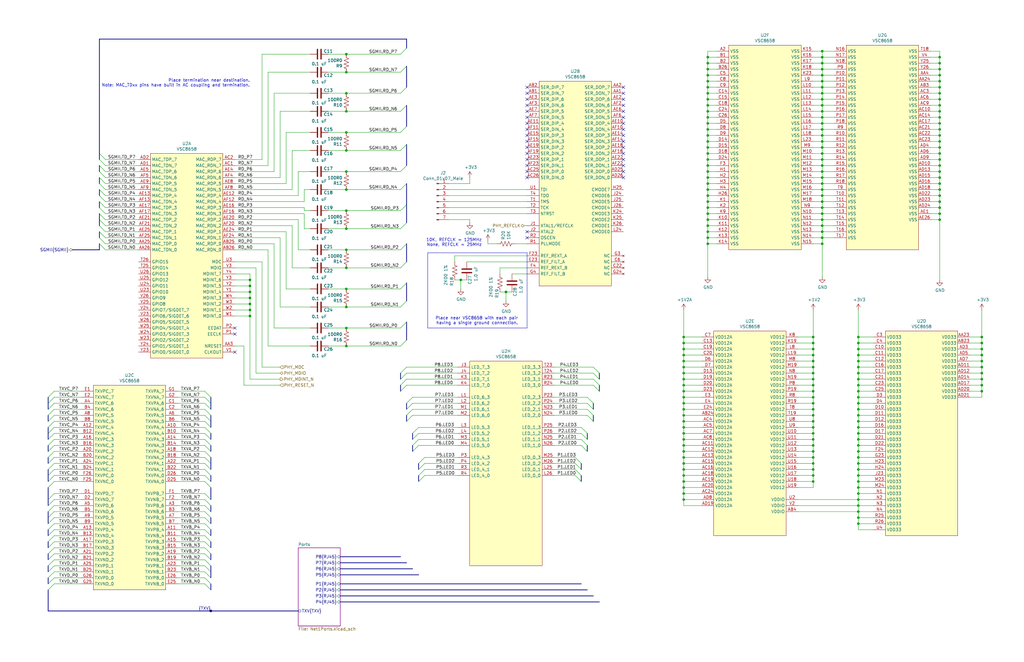
<source format=kicad_sch>
(kicad_sch (version 20200506) (host eeschema "5.99.0-unknown-26803f5~101~ubuntu20.04.1")
  (page "B")
  (bus_alias "SGMII" (members "TD_N[7..0]" "RD_P[7..0]" "RD_N[7..0]" "TD_P[7..0]"))
  (junction (at 361.95 208.28))
  (junction (at 346.71 36.83))
  (junction (at 361.95 182.88))
  (junction (at 361.95 160.02))
  (junction (at 396.24 46.99))
  (junction (at 361.95 144.78))
  (junction (at 361.95 193.04))
  (junction (at 361.95 213.36))
  (junction (at 298.45 57.15))
  (junction (at 105.41 123.19))
  (junction (at 361.95 170.18))
  (junction (at 146.05 63.5))
  (junction (at 346.71 62.23))
  (junction (at 298.45 31.75))
  (junction (at 146.05 39.37))
  (junction (at 298.45 102.87))
  (junction (at 361.95 149.86))
  (junction (at 346.71 72.39))
  (junction (at 342.9 172.72))
  (junction (at 288.29 162.56))
  (junction (at 342.9 142.24))
  (junction (at 342.9 190.5))
  (junction (at 396.24 64.77))
  (junction (at 342.9 157.48))
  (junction (at 146.05 96.52))
  (junction (at 396.24 74.93))
  (junction (at 396.24 52.07))
  (junction (at 288.29 172.72))
  (junction (at 342.9 170.18))
  (junction (at 342.9 193.04))
  (junction (at 346.71 46.99))
  (junction (at 298.45 52.07))
  (junction (at 414.02 152.4))
  (junction (at 288.29 165.1))
  (junction (at 414.02 144.78))
  (junction (at 346.71 90.17))
  (junction (at 414.02 154.94))
  (junction (at 298.45 90.17))
  (junction (at 288.29 180.34))
  (junction (at 361.95 200.66))
  (junction (at 298.45 29.21))
  (junction (at 361.95 152.4))
  (junction (at 146.05 30.48))
  (junction (at 105.41 128.27))
  (junction (at 396.24 29.21))
  (junction (at 342.9 165.1))
  (junction (at 298.45 34.29))
  (junction (at 342.9 203.2))
  (junction (at 346.71 26.67))
  (junction (at 288.29 160.02))
  (junction (at 342.9 182.88))
  (junction (at 396.24 77.47))
  (junction (at 346.71 102.87))
  (junction (at 298.45 92.71))
  (junction (at 298.45 97.79))
  (junction (at 288.29 200.66))
  (junction (at 288.29 205.74))
  (junction (at 346.71 87.63))
  (junction (at 396.24 67.31))
  (junction (at 146.05 138.43))
  (junction (at 346.71 80.01))
  (junction (at 361.95 180.34))
  (junction (at 288.29 157.48))
  (junction (at 361.95 195.58))
  (junction (at 288.29 190.5))
  (junction (at 146.05 113.03))
  (junction (at 396.24 31.75))
  (junction (at 146.05 121.92))
  (junction (at 346.71 100.33))
  (junction (at 361.95 167.64))
  (junction (at 88.9 257.81))
  (junction (at 298.45 87.63))
  (junction (at 342.9 195.58))
  (junction (at 346.71 92.71))
  (junction (at 342.9 167.64))
  (junction (at 396.24 24.13))
  (junction (at 288.29 182.88))
  (junction (at 298.45 74.93))
  (junction (at 346.71 34.29))
  (junction (at 346.71 44.45))
  (junction (at 194.31 118.11))
  (junction (at 361.95 165.1))
  (junction (at 298.45 39.37))
  (junction (at 396.24 80.01))
  (junction (at 346.71 31.75))
  (junction (at 396.24 54.61))
  (junction (at 342.9 180.34))
  (junction (at 298.45 72.39))
  (junction (at 346.71 49.53))
  (junction (at 342.9 160.02))
  (junction (at 105.41 130.81))
  (junction (at 396.24 57.15))
  (junction (at 342.9 152.4))
  (junction (at 298.45 100.33))
  (junction (at 342.9 198.12))
  (junction (at 146.05 72.39))
  (junction (at 146.05 105.41))
  (junction (at 346.71 21.59))
  (junction (at 346.71 95.25))
  (junction (at 288.29 177.8))
  (junction (at 346.71 82.55))
  (junction (at 298.45 24.13))
  (junction (at 361.95 154.94))
  (junction (at 346.71 59.69))
  (junction (at 288.29 147.32))
  (junction (at 361.95 190.5))
  (junction (at 146.05 55.88))
  (junction (at 361.95 220.98))
  (junction (at 288.29 193.04))
  (junction (at 288.29 210.82))
  (junction (at 361.95 157.48))
  (junction (at 288.29 208.28))
  (junction (at 342.9 187.96))
  (junction (at 342.9 177.8))
  (junction (at 346.71 77.47))
  (junction (at 298.45 80.01))
  (junction (at 414.02 157.48))
  (junction (at 414.02 147.32))
  (junction (at 298.45 59.69))
  (junction (at 361.95 187.96))
  (junction (at 396.24 87.63))
  (junction (at 298.45 44.45))
  (junction (at 298.45 46.99))
  (junction (at 298.45 64.77))
  (junction (at 361.95 198.12))
  (junction (at 288.29 187.96))
  (junction (at 288.29 149.86))
  (junction (at 396.24 69.85))
  (junction (at 396.24 59.69))
  (junction (at 396.24 49.53))
  (junction (at 298.45 69.85))
  (junction (at 146.05 22.86))
  (junction (at 288.29 154.94))
  (junction (at 288.29 170.18))
  (junction (at 342.9 147.32))
  (junction (at 288.29 152.4))
  (junction (at 346.71 85.09))
  (junction (at 361.95 210.82))
  (junction (at 396.24 62.23))
  (junction (at 346.71 97.79))
  (junction (at 396.24 41.91))
  (junction (at 346.71 57.15))
  (junction (at 361.95 147.32))
  (junction (at 105.41 120.65))
  (junction (at 298.45 49.53))
  (junction (at 414.02 165.1))
  (junction (at 361.95 203.2))
  (junction (at 288.29 175.26))
  (junction (at 396.24 26.67))
  (junction (at 298.45 82.55))
  (junction (at 105.41 133.35))
  (junction (at 146.05 46.99))
  (junction (at 298.45 54.61))
  (junction (at 346.71 39.37))
  (junction (at 414.02 162.56))
  (junction (at 361.95 218.44))
  (junction (at 346.71 24.13))
  (junction (at 361.95 185.42))
  (junction (at 396.24 72.39))
  (junction (at 396.24 44.45))
  (junction (at 342.9 154.94))
  (junction (at 298.45 95.25))
  (junction (at 396.24 92.71))
  (junction (at 346.71 67.31))
  (junction (at 288.29 198.12))
  (junction (at 298.45 26.67))
  (junction (at 146.05 146.05))
  (junction (at 298.45 85.09))
  (junction (at 361.95 172.72))
  (junction (at 298.45 41.91))
  (junction (at 146.05 88.9))
  (junction (at 346.71 64.77))
  (junction (at 396.24 34.29))
  (junction (at 361.95 175.26))
  (junction (at 146.05 80.01))
  (junction (at 346.71 74.93))
  (junction (at 146.05 129.54))
  (junction (at 342.9 149.86))
  (junction (at 346.71 29.21))
  (junction (at 213.36 123.19))
  (junction (at 414.02 142.24))
  (junction (at 298.45 62.23))
  (junction (at 361.95 177.8))
  (junction (at 346.71 54.61))
  (junction (at 396.24 82.55))
  (junction (at 361.95 162.56))
  (junction (at 396.24 85.09))
  (junction (at 346.71 69.85))
  (junction (at 288.29 185.42))
  (junction (at 346.71 41.91))
  (junction (at 342.9 144.78))
  (junction (at 342.9 175.26))
  (junction (at 396.24 39.37))
  (junction (at 105.41 125.73))
  (junction (at 298.45 36.83))
  (junction (at 414.02 160.02))
  (junction (at 342.9 185.42))
  (junction (at 288.29 142.24))
  (junction (at 361.95 205.74))
  (junction (at 288.29 195.58))
  (junction (at 298.45 77.47))
  (junction (at 288.29 203.2))
  (junction (at 105.41 118.11))
  (junction (at 361.95 142.24))
  (junction (at 288.29 144.78))
  (junction (at 346.71 52.07))
  (junction (at 288.29 167.64))
  (junction (at 361.95 215.9))
  (junction (at 342.9 162.56))
  (junction (at 396.24 36.83))
  (junction (at 414.02 149.86))
  (junction (at 298.45 67.31))
  (junction (at 342.9 200.66))
  (junction (at 396.24 90.17))
  (no_connect (at 222.25 54.61))
  (no_connect (at 99.06 140.97))
  (no_connect (at 222.25 74.93))
  (no_connect (at 262.89 36.83))
  (no_connect (at 262.89 39.37))
  (no_connect (at 262.89 57.15))
  (no_connect (at 99.06 138.43))
  (no_connect (at 222.25 49.53))
  (no_connect (at 262.89 72.39))
  (no_connect (at 222.25 59.69))
  (no_connect (at 262.89 54.61))
  (no_connect (at 262.89 52.07))
  (no_connect (at 222.25 57.15))
  (no_connect (at 222.25 67.31))
  (no_connect (at 222.25 46.99))
  (no_connect (at 222.25 36.83))
  (no_connect (at 222.25 64.77))
  (no_connect (at 262.89 44.45))
  (no_connect (at 99.06 148.59))
  (no_connect (at 262.89 46.99))
  (no_connect (at 222.25 97.79))
  (no_connect (at 222.25 62.23))
  (no_connect (at 262.89 69.85))
  (no_connect (at 222.25 72.39))
  (no_connect (at 262.89 62.23))
  (no_connect (at 262.89 59.69))
  (no_connect (at 222.25 39.37))
  (no_connect (at 262.89 49.53))
  (no_connect (at 262.89 74.93))
  (no_connect (at 222.25 44.45))
  (no_connect (at 222.25 41.91))
  (no_connect (at 262.89 67.31))
  (no_connect (at 222.25 100.33))
  (no_connect (at 262.89 41.91))
  (no_connect (at 262.89 64.77))
  (no_connect (at 222.25 52.07))
  (no_connect (at 222.25 69.85))
  (bus_entry (at 20.32 167.64) (size 2.54 -2.54))
  (bus_entry (at 20.32 170.18) (size 2.54 -2.54))
  (bus_entry (at 20.32 172.72) (size 2.54 -2.54))
  (bus_entry (at 20.32 175.26) (size 2.54 -2.54))
  (bus_entry (at 20.32 177.8) (size 2.54 -2.54))
  (bus_entry (at 20.32 180.34) (size 2.54 -2.54))
  (bus_entry (at 20.32 182.88) (size 2.54 -2.54))
  (bus_entry (at 20.32 185.42) (size 2.54 -2.54))
  (bus_entry (at 20.32 187.96) (size 2.54 -2.54))
  (bus_entry (at 20.32 190.5) (size 2.54 -2.54))
  (bus_entry (at 20.32 193.04) (size 2.54 -2.54))
  (bus_entry (at 20.32 195.58) (size 2.54 -2.54))
  (bus_entry (at 20.32 198.12) (size 2.54 -2.54))
  (bus_entry (at 20.32 200.66) (size 2.54 -2.54))
  (bus_entry (at 20.32 203.2) (size 2.54 -2.54))
  (bus_entry (at 20.32 205.74) (size 2.54 -2.54))
  (bus_entry (at 20.32 210.82) (size 2.54 -2.54))
  (bus_entry (at 20.32 213.36) (size 2.54 -2.54))
  (bus_entry (at 20.32 215.9) (size 2.54 -2.54))
  (bus_entry (at 20.32 218.44) (size 2.54 -2.54))
  (bus_entry (at 20.32 220.98) (size 2.54 -2.54))
  (bus_entry (at 20.32 223.52) (size 2.54 -2.54))
  (bus_entry (at 20.32 226.06) (size 2.54 -2.54))
  (bus_entry (at 20.32 228.6) (size 2.54 -2.54))
  (bus_entry (at 20.32 231.14) (size 2.54 -2.54))
  (bus_entry (at 20.32 233.68) (size 2.54 -2.54))
  (bus_entry (at 20.32 236.22) (size 2.54 -2.54))
  (bus_entry (at 20.32 238.76) (size 2.54 -2.54))
  (bus_entry (at 20.32 241.3) (size 2.54 -2.54))
  (bus_entry (at 20.32 243.84) (size 2.54 -2.54))
  (bus_entry (at 20.32 246.38) (size 2.54 -2.54))
  (bus_entry (at 20.32 248.92) (size 2.54 -2.54))
  (bus_entry (at 41.91 64.77) (size 2.54 2.54))
  (bus_entry (at 41.91 67.31) (size 2.54 2.54))
  (bus_entry (at 41.91 69.85) (size 2.54 2.54))
  (bus_entry (at 41.91 72.39) (size 2.54 2.54))
  (bus_entry (at 41.91 74.93) (size 2.54 2.54))
  (bus_entry (at 41.91 77.47) (size 2.54 2.54))
  (bus_entry (at 41.91 80.01) (size 2.54 2.54))
  (bus_entry (at 41.91 82.55) (size 2.54 2.54))
  (bus_entry (at 41.91 85.09) (size 2.54 2.54))
  (bus_entry (at 41.91 87.63) (size 2.54 2.54))
  (bus_entry (at 41.91 90.17) (size 2.54 2.54))
  (bus_entry (at 41.91 92.71) (size 2.54 2.54))
  (bus_entry (at 41.91 95.25) (size 2.54 2.54))
  (bus_entry (at 41.91 97.79) (size 2.54 2.54))
  (bus_entry (at 41.91 100.33) (size 2.54 2.54))
  (bus_entry (at 41.91 102.87) (size 2.54 2.54))
  (bus_entry (at 86.36 165.1) (size 2.54 2.54))
  (bus_entry (at 86.36 167.64) (size 2.54 2.54))
  (bus_entry (at 86.36 170.18) (size 2.54 2.54))
  (bus_entry (at 86.36 172.72) (size 2.54 2.54))
  (bus_entry (at 86.36 175.26) (size 2.54 2.54))
  (bus_entry (at 86.36 177.8) (size 2.54 2.54))
  (bus_entry (at 86.36 180.34) (size 2.54 2.54))
  (bus_entry (at 86.36 182.88) (size 2.54 2.54))
  (bus_entry (at 86.36 185.42) (size 2.54 2.54))
  (bus_entry (at 86.36 187.96) (size 2.54 2.54))
  (bus_entry (at 86.36 190.5) (size 2.54 2.54))
  (bus_entry (at 86.36 193.04) (size 2.54 2.54))
  (bus_entry (at 86.36 195.58) (size 2.54 2.54))
  (bus_entry (at 86.36 198.12) (size 2.54 2.54))
  (bus_entry (at 86.36 200.66) (size 2.54 2.54))
  (bus_entry (at 86.36 203.2) (size 2.54 2.54))
  (bus_entry (at 86.36 208.28) (size 2.54 2.54))
  (bus_entry (at 86.36 210.82) (size 2.54 2.54))
  (bus_entry (at 86.36 213.36) (size 2.54 2.54))
  (bus_entry (at 86.36 215.9) (size 2.54 2.54))
  (bus_entry (at 86.36 218.44) (size 2.54 2.54))
  (bus_entry (at 86.36 220.98) (size 2.54 2.54))
  (bus_entry (at 86.36 223.52) (size 2.54 2.54))
  (bus_entry (at 86.36 226.06) (size 2.54 2.54))
  (bus_entry (at 86.36 228.6) (size 2.54 2.54))
  (bus_entry (at 86.36 231.14) (size 2.54 2.54))
  (bus_entry (at 86.36 233.68) (size 2.54 2.54))
  (bus_entry (at 86.36 236.22) (size 2.54 2.54))
  (bus_entry (at 86.36 238.76) (size 2.54 2.54))
  (bus_entry (at 86.36 241.3) (size 2.54 2.54))
  (bus_entry (at 86.36 243.84) (size 2.54 2.54))
  (bus_entry (at 86.36 246.38) (size 2.54 2.54))
  (bus_entry (at 168.91 22.86) (size 2.54 -2.54))
  (bus_entry (at 168.91 30.48) (size 2.54 -2.54))
  (bus_entry (at 168.91 39.37) (size 2.54 -2.54))
  (bus_entry (at 168.91 46.99) (size 2.54 -2.54))
  (bus_entry (at 168.91 55.88) (size 2.54 -2.54))
  (bus_entry (at 168.91 63.5) (size 2.54 -2.54))
  (bus_entry (at 168.91 72.39) (size 2.54 -2.54))
  (bus_entry (at 168.91 80.01) (size 2.54 -2.54))
  (bus_entry (at 168.91 88.9) (size 2.54 -2.54))
  (bus_entry (at 168.91 96.52) (size 2.54 -2.54))
  (bus_entry (at 168.91 105.41) (size 2.54 -2.54))
  (bus_entry (at 168.91 113.03) (size 2.54 -2.54))
  (bus_entry (at 168.91 121.92) (size 2.54 -2.54))
  (bus_entry (at 168.91 129.54) (size 2.54 -2.54))
  (bus_entry (at 168.91 138.43) (size 2.54 -2.54))
  (bus_entry (at 168.91 146.05) (size 2.54 -2.54))
  (bus_entry (at 171.45 154.94) (size -2.54 2.54))
  (bus_entry (at 171.45 157.48) (size -2.54 2.54))
  (bus_entry (at 171.45 160.02) (size -2.54 2.54))
  (bus_entry (at 171.45 162.56) (size -2.54 2.54))
  (bus_entry (at 173.99 167.64) (size -2.54 2.54))
  (bus_entry (at 173.99 170.18) (size -2.54 2.54))
  (bus_entry (at 173.99 172.72) (size -2.54 2.54))
  (bus_entry (at 173.99 175.26) (size -2.54 2.54))
  (bus_entry (at 176.53 180.34) (size -2.54 2.54))
  (bus_entry (at 176.53 182.88) (size -2.54 2.54))
  (bus_entry (at 176.53 185.42) (size -2.54 2.54))
  (bus_entry (at 176.53 187.96) (size -2.54 2.54))
  (bus_entry (at 179.07 193.04) (size -2.54 2.54))
  (bus_entry (at 179.07 195.58) (size -2.54 2.54))
  (bus_entry (at 179.07 198.12) (size -2.54 2.54))
  (bus_entry (at 179.07 200.66) (size -2.54 2.54))
  (bus_entry (at 242.57 193.04) (size 2.54 2.54))
  (bus_entry (at 242.57 195.58) (size 2.54 2.54))
  (bus_entry (at 242.57 198.12) (size 2.54 2.54))
  (bus_entry (at 242.57 200.66) (size 2.54 2.54))
  (bus_entry (at 245.11 180.34) (size 2.54 2.54))
  (bus_entry (at 245.11 182.88) (size 2.54 2.54))
  (bus_entry (at 245.11 185.42) (size 2.54 2.54))
  (bus_entry (at 245.11 187.96) (size 2.54 2.54))
  (bus_entry (at 247.65 167.64) (size 2.54 2.54))
  (bus_entry (at 247.65 170.18) (size 2.54 2.54))
  (bus_entry (at 247.65 172.72) (size 2.54 2.54))
  (bus_entry (at 247.65 175.26) (size 2.54 2.54))
  (bus_entry (at 250.19 154.94) (size 2.54 2.54))
  (bus_entry (at 250.19 157.48) (size 2.54 2.54))
  (bus_entry (at 250.19 160.02) (size 2.54 2.54))
  (bus_entry (at 250.19 162.56) (size 2.54 2.54))
  (wire (pts (xy 34.29 165.1) (xy 22.86 165.1)))
  (wire (pts (xy 34.29 167.64) (xy 22.86 167.64)))
  (wire (pts (xy 34.29 170.18) (xy 22.86 170.18)))
  (wire (pts (xy 34.29 172.72) (xy 22.86 172.72)))
  (wire (pts (xy 34.29 175.26) (xy 22.86 175.26)))
  (wire (pts (xy 34.29 177.8) (xy 22.86 177.8)))
  (wire (pts (xy 34.29 180.34) (xy 22.86 180.34)))
  (wire (pts (xy 34.29 182.88) (xy 22.86 182.88)))
  (wire (pts (xy 34.29 185.42) (xy 22.86 185.42)))
  (wire (pts (xy 34.29 187.96) (xy 22.86 187.96)))
  (wire (pts (xy 34.29 190.5) (xy 22.86 190.5)))
  (wire (pts (xy 34.29 193.04) (xy 22.86 193.04)))
  (wire (pts (xy 34.29 195.58) (xy 22.86 195.58)))
  (wire (pts (xy 34.29 198.12) (xy 22.86 198.12)))
  (wire (pts (xy 34.29 200.66) (xy 22.86 200.66)))
  (wire (pts (xy 34.29 203.2) (xy 22.86 203.2)))
  (wire (pts (xy 34.29 208.28) (xy 22.86 208.28)))
  (wire (pts (xy 34.29 210.82) (xy 22.86 210.82)))
  (wire (pts (xy 34.29 213.36) (xy 22.86 213.36)))
  (wire (pts (xy 34.29 215.9) (xy 22.86 215.9)))
  (wire (pts (xy 34.29 218.44) (xy 22.86 218.44)))
  (wire (pts (xy 34.29 220.98) (xy 22.86 220.98)))
  (wire (pts (xy 34.29 223.52) (xy 22.86 223.52)))
  (wire (pts (xy 34.29 226.06) (xy 22.86 226.06)))
  (wire (pts (xy 34.29 228.6) (xy 22.86 228.6)))
  (wire (pts (xy 34.29 231.14) (xy 22.86 231.14)))
  (wire (pts (xy 34.29 233.68) (xy 22.86 233.68)))
  (wire (pts (xy 34.29 236.22) (xy 22.86 236.22)))
  (wire (pts (xy 34.29 238.76) (xy 22.86 238.76)))
  (wire (pts (xy 34.29 241.3) (xy 22.86 241.3)))
  (wire (pts (xy 34.29 243.84) (xy 22.86 243.84)))
  (wire (pts (xy 34.29 246.38) (xy 22.86 246.38)))
  (wire (pts (xy 44.45 67.31) (xy 58.42 67.31)))
  (wire (pts (xy 44.45 69.85) (xy 58.42 69.85)))
  (wire (pts (xy 44.45 72.39) (xy 58.42 72.39)))
  (wire (pts (xy 44.45 74.93) (xy 58.42 74.93)))
  (wire (pts (xy 44.45 77.47) (xy 58.42 77.47)))
  (wire (pts (xy 44.45 80.01) (xy 58.42 80.01)))
  (wire (pts (xy 44.45 82.55) (xy 58.42 82.55)))
  (wire (pts (xy 44.45 85.09) (xy 58.42 85.09)))
  (wire (pts (xy 44.45 87.63) (xy 58.42 87.63)))
  (wire (pts (xy 44.45 90.17) (xy 58.42 90.17)))
  (wire (pts (xy 44.45 92.71) (xy 58.42 92.71)))
  (wire (pts (xy 44.45 95.25) (xy 58.42 95.25)))
  (wire (pts (xy 44.45 97.79) (xy 58.42 97.79)))
  (wire (pts (xy 44.45 100.33) (xy 58.42 100.33)))
  (wire (pts (xy 44.45 102.87) (xy 58.42 102.87)))
  (wire (pts (xy 44.45 105.41) (xy 58.42 105.41)))
  (wire (pts (xy 86.36 165.1) (xy 74.93 165.1)))
  (wire (pts (xy 86.36 167.64) (xy 74.93 167.64)))
  (wire (pts (xy 86.36 170.18) (xy 74.93 170.18)))
  (wire (pts (xy 86.36 172.72) (xy 74.93 172.72)))
  (wire (pts (xy 86.36 175.26) (xy 74.93 175.26)))
  (wire (pts (xy 86.36 177.8) (xy 74.93 177.8)))
  (wire (pts (xy 86.36 180.34) (xy 74.93 180.34)))
  (wire (pts (xy 86.36 182.88) (xy 74.93 182.88)))
  (wire (pts (xy 86.36 185.42) (xy 74.93 185.42)))
  (wire (pts (xy 86.36 187.96) (xy 74.93 187.96)))
  (wire (pts (xy 86.36 190.5) (xy 74.93 190.5)))
  (wire (pts (xy 86.36 193.04) (xy 74.93 193.04)))
  (wire (pts (xy 86.36 195.58) (xy 74.93 195.58)))
  (wire (pts (xy 86.36 198.12) (xy 74.93 198.12)))
  (wire (pts (xy 86.36 200.66) (xy 74.93 200.66)))
  (wire (pts (xy 86.36 203.2) (xy 74.93 203.2)))
  (wire (pts (xy 86.36 208.28) (xy 74.93 208.28)))
  (wire (pts (xy 86.36 210.82) (xy 74.93 210.82)))
  (wire (pts (xy 86.36 213.36) (xy 74.93 213.36)))
  (wire (pts (xy 86.36 215.9) (xy 74.93 215.9)))
  (wire (pts (xy 86.36 218.44) (xy 74.93 218.44)))
  (wire (pts (xy 86.36 220.98) (xy 74.93 220.98)))
  (wire (pts (xy 86.36 223.52) (xy 74.93 223.52)))
  (wire (pts (xy 86.36 226.06) (xy 74.93 226.06)))
  (wire (pts (xy 86.36 228.6) (xy 74.93 228.6)))
  (wire (pts (xy 86.36 231.14) (xy 74.93 231.14)))
  (wire (pts (xy 86.36 233.68) (xy 74.93 233.68)))
  (wire (pts (xy 86.36 236.22) (xy 74.93 236.22)))
  (wire (pts (xy 86.36 238.76) (xy 74.93 238.76)))
  (wire (pts (xy 86.36 241.3) (xy 74.93 241.3)))
  (wire (pts (xy 86.36 243.84) (xy 74.93 243.84)))
  (wire (pts (xy 86.36 246.38) (xy 74.93 246.38)))
  (wire (pts (xy 99.06 67.31) (xy 110.49 67.31)))
  (wire (pts (xy 99.06 69.85) (xy 113.03 69.85)))
  (wire (pts (xy 99.06 72.39) (xy 115.57 72.39)))
  (wire (pts (xy 99.06 74.93) (xy 118.11 74.93)))
  (wire (pts (xy 99.06 77.47) (xy 120.65 77.47)))
  (wire (pts (xy 99.06 80.01) (xy 123.19 80.01)))
  (wire (pts (xy 99.06 82.55) (xy 125.73 82.55)))
  (wire (pts (xy 99.06 85.09) (xy 128.27 85.09)))
  (wire (pts (xy 99.06 87.63) (xy 128.27 87.63)))
  (wire (pts (xy 99.06 90.17) (xy 128.27 90.17)))
  (wire (pts (xy 99.06 92.71) (xy 125.73 92.71)))
  (wire (pts (xy 99.06 95.25) (xy 123.19 95.25)))
  (wire (pts (xy 99.06 97.79) (xy 120.65 97.79)))
  (wire (pts (xy 99.06 100.33) (xy 118.11 100.33)))
  (wire (pts (xy 99.06 102.87) (xy 115.57 102.87)))
  (wire (pts (xy 99.06 105.41) (xy 113.03 105.41)))
  (wire (pts (xy 99.06 110.49) (xy 110.49 110.49)))
  (wire (pts (xy 99.06 113.03) (xy 107.95 113.03)))
  (wire (pts (xy 99.06 115.57) (xy 105.41 115.57)))
  (wire (pts (xy 99.06 118.11) (xy 105.41 118.11)))
  (wire (pts (xy 99.06 120.65) (xy 105.41 120.65)))
  (wire (pts (xy 99.06 123.19) (xy 105.41 123.19)))
  (wire (pts (xy 99.06 125.73) (xy 105.41 125.73)))
  (wire (pts (xy 99.06 128.27) (xy 105.41 128.27)))
  (wire (pts (xy 99.06 130.81) (xy 105.41 130.81)))
  (wire (pts (xy 99.06 133.35) (xy 105.41 133.35)))
  (wire (pts (xy 99.06 146.05) (xy 102.87 146.05)))
  (wire (pts (xy 102.87 146.05) (xy 102.87 162.56)))
  (wire (pts (xy 102.87 162.56) (xy 118.11 162.56)))
  (wire (pts (xy 105.41 115.57) (xy 105.41 118.11)))
  (wire (pts (xy 105.41 118.11) (xy 105.41 120.65)))
  (wire (pts (xy 105.41 120.65) (xy 105.41 123.19)))
  (wire (pts (xy 105.41 123.19) (xy 105.41 125.73)))
  (wire (pts (xy 105.41 125.73) (xy 105.41 128.27)))
  (wire (pts (xy 105.41 128.27) (xy 105.41 130.81)))
  (wire (pts (xy 105.41 130.81) (xy 105.41 133.35)))
  (wire (pts (xy 105.41 133.35) (xy 105.41 160.02)))
  (wire (pts (xy 105.41 160.02) (xy 118.11 160.02)))
  (wire (pts (xy 107.95 113.03) (xy 107.95 157.48)))
  (wire (pts (xy 107.95 157.48) (xy 118.11 157.48)))
  (wire (pts (xy 110.49 22.86) (xy 130.81 22.86)))
  (wire (pts (xy 110.49 67.31) (xy 110.49 22.86)))
  (wire (pts (xy 110.49 110.49) (xy 110.49 154.94)))
  (wire (pts (xy 110.49 154.94) (xy 118.11 154.94)))
  (wire (pts (xy 113.03 30.48) (xy 130.81 30.48)))
  (wire (pts (xy 113.03 69.85) (xy 113.03 30.48)))
  (wire (pts (xy 113.03 146.05) (xy 113.03 105.41)))
  (wire (pts (xy 115.57 39.37) (xy 130.81 39.37)))
  (wire (pts (xy 115.57 72.39) (xy 115.57 39.37)))
  (wire (pts (xy 115.57 138.43) (xy 115.57 102.87)))
  (wire (pts (xy 118.11 46.99) (xy 130.81 46.99)))
  (wire (pts (xy 118.11 74.93) (xy 118.11 46.99)))
  (wire (pts (xy 118.11 129.54) (xy 118.11 100.33)))
  (wire (pts (xy 120.65 55.88) (xy 130.81 55.88)))
  (wire (pts (xy 120.65 77.47) (xy 120.65 55.88)))
  (wire (pts (xy 120.65 121.92) (xy 120.65 97.79)))
  (wire (pts (xy 123.19 63.5) (xy 130.81 63.5)))
  (wire (pts (xy 123.19 80.01) (xy 123.19 63.5)))
  (wire (pts (xy 123.19 113.03) (xy 123.19 95.25)))
  (wire (pts (xy 125.73 72.39) (xy 130.81 72.39)))
  (wire (pts (xy 125.73 82.55) (xy 125.73 72.39)))
  (wire (pts (xy 125.73 105.41) (xy 125.73 92.71)))
  (wire (pts (xy 128.27 80.01) (xy 130.81 80.01)))
  (wire (pts (xy 128.27 85.09) (xy 128.27 80.01)))
  (wire (pts (xy 128.27 87.63) (xy 128.27 88.9)))
  (wire (pts (xy 128.27 88.9) (xy 130.81 88.9)))
  (wire (pts (xy 128.27 96.52) (xy 128.27 90.17)))
  (wire (pts (xy 130.81 96.52) (xy 128.27 96.52)))
  (wire (pts (xy 130.81 105.41) (xy 125.73 105.41)))
  (wire (pts (xy 130.81 113.03) (xy 123.19 113.03)))
  (wire (pts (xy 130.81 121.92) (xy 120.65 121.92)))
  (wire (pts (xy 130.81 129.54) (xy 118.11 129.54)))
  (wire (pts (xy 130.81 138.43) (xy 115.57 138.43)))
  (wire (pts (xy 130.81 146.05) (xy 113.03 146.05)))
  (wire (pts (xy 138.43 22.86) (xy 146.05 22.86)))
  (wire (pts (xy 138.43 30.48) (xy 146.05 30.48)))
  (wire (pts (xy 138.43 39.37) (xy 146.05 39.37)))
  (wire (pts (xy 138.43 46.99) (xy 146.05 46.99)))
  (wire (pts (xy 138.43 55.88) (xy 146.05 55.88)))
  (wire (pts (xy 138.43 63.5) (xy 146.05 63.5)))
  (wire (pts (xy 138.43 72.39) (xy 146.05 72.39)))
  (wire (pts (xy 138.43 80.01) (xy 146.05 80.01)))
  (wire (pts (xy 138.43 88.9) (xy 146.05 88.9)))
  (wire (pts (xy 138.43 96.52) (xy 146.05 96.52)))
  (wire (pts (xy 138.43 113.03) (xy 146.05 113.03)))
  (wire (pts (xy 138.43 121.92) (xy 146.05 121.92)))
  (wire (pts (xy 138.43 129.54) (xy 146.05 129.54)))
  (wire (pts (xy 138.43 138.43) (xy 146.05 138.43)))
  (wire (pts (xy 138.43 146.05) (xy 146.05 146.05)))
  (wire (pts (xy 146.05 22.86) (xy 168.91 22.86)))
  (wire (pts (xy 146.05 30.48) (xy 168.91 30.48)))
  (wire (pts (xy 146.05 39.37) (xy 168.91 39.37)))
  (wire (pts (xy 146.05 46.99) (xy 168.91 46.99)))
  (wire (pts (xy 146.05 55.88) (xy 168.91 55.88)))
  (wire (pts (xy 146.05 63.5) (xy 168.91 63.5)))
  (wire (pts (xy 146.05 72.39) (xy 168.91 72.39)))
  (wire (pts (xy 146.05 80.01) (xy 168.91 80.01)))
  (wire (pts (xy 146.05 88.9) (xy 168.91 88.9)))
  (wire (pts (xy 146.05 96.52) (xy 168.91 96.52)))
  (wire (pts (xy 146.05 105.41) (xy 138.43 105.41)))
  (wire (pts (xy 146.05 105.41) (xy 168.91 105.41)))
  (wire (pts (xy 146.05 113.03) (xy 168.91 113.03)))
  (wire (pts (xy 146.05 121.92) (xy 168.91 121.92)))
  (wire (pts (xy 146.05 129.54) (xy 168.91 129.54)))
  (wire (pts (xy 146.05 138.43) (xy 168.91 138.43)))
  (wire (pts (xy 146.05 146.05) (xy 168.91 146.05)))
  (wire (pts (xy 171.45 154.94) (xy 193.04 154.94)))
  (wire (pts (xy 171.45 157.48) (xy 193.04 157.48)))
  (wire (pts (xy 171.45 160.02) (xy 193.04 160.02)))
  (wire (pts (xy 171.45 162.56) (xy 193.04 162.56)))
  (wire (pts (xy 173.99 167.64) (xy 193.04 167.64)))
  (wire (pts (xy 173.99 170.18) (xy 193.04 170.18)))
  (wire (pts (xy 173.99 172.72) (xy 193.04 172.72)))
  (wire (pts (xy 173.99 175.26) (xy 193.04 175.26)))
  (wire (pts (xy 176.53 180.34) (xy 193.04 180.34)))
  (wire (pts (xy 176.53 182.88) (xy 193.04 182.88)))
  (wire (pts (xy 176.53 185.42) (xy 193.04 185.42)))
  (wire (pts (xy 176.53 187.96) (xy 193.04 187.96)))
  (wire (pts (xy 179.07 193.04) (xy 193.04 193.04)))
  (wire (pts (xy 179.07 195.58) (xy 193.04 195.58)))
  (wire (pts (xy 179.07 198.12) (xy 193.04 198.12)))
  (wire (pts (xy 179.07 200.66) (xy 193.04 200.66)))
  (wire (pts (xy 189.23 77.47) (xy 198.12 77.47)))
  (wire (pts (xy 189.23 80.01) (xy 222.25 80.01)))
  (wire (pts (xy 189.23 82.55) (xy 222.25 82.55)))
  (wire (pts (xy 189.23 85.09) (xy 222.25 85.09)))
  (wire (pts (xy 189.23 87.63) (xy 222.25 87.63)))
  (wire (pts (xy 189.23 90.17) (xy 222.25 90.17)))
  (wire (pts (xy 189.23 92.71) (xy 198.12 92.71)))
  (wire (pts (xy 191.77 107.95) (xy 191.77 110.49)))
  (wire (pts (xy 191.77 118.11) (xy 194.31 118.11)))
  (wire (pts (xy 194.31 118.11) (xy 194.31 121.92)))
  (wire (pts (xy 194.31 118.11) (xy 196.85 118.11)))
  (wire (pts (xy 196.85 110.49) (xy 222.25 110.49)))
  (wire (pts (xy 198.12 77.47) (xy 198.12 74.93)))
  (wire (pts (xy 198.12 92.71) (xy 198.12 93.98)))
  (wire (pts (xy 205.74 102.87) (xy 205.74 101.6)))
  (wire (pts (xy 209.55 102.87) (xy 205.74 102.87)))
  (wire (pts (xy 210.82 113.03) (xy 210.82 115.57)))
  (wire (pts (xy 210.82 113.03) (xy 222.25 113.03)))
  (wire (pts (xy 210.82 123.19) (xy 213.36 123.19)))
  (wire (pts (xy 213.36 123.19) (xy 213.36 127)))
  (wire (pts (xy 213.36 123.19) (xy 215.9 123.19)))
  (wire (pts (xy 215.9 115.57) (xy 222.25 115.57)))
  (wire (pts (xy 217.17 102.87) (xy 222.25 102.87)))
  (wire (pts (xy 220.98 95.25) (xy 222.25 95.25)))
  (wire (pts (xy 222.25 107.95) (xy 191.77 107.95)))
  (wire (pts (xy 233.68 154.94) (xy 250.19 154.94)))
  (wire (pts (xy 233.68 157.48) (xy 250.19 157.48)))
  (wire (pts (xy 233.68 160.02) (xy 250.19 160.02)))
  (wire (pts (xy 233.68 162.56) (xy 250.19 162.56)))
  (wire (pts (xy 233.68 167.64) (xy 247.65 167.64)))
  (wire (pts (xy 233.68 170.18) (xy 247.65 170.18)))
  (wire (pts (xy 233.68 172.72) (xy 247.65 172.72)))
  (wire (pts (xy 233.68 175.26) (xy 247.65 175.26)))
  (wire (pts (xy 233.68 180.34) (xy 245.11 180.34)))
  (wire (pts (xy 233.68 182.88) (xy 245.11 182.88)))
  (wire (pts (xy 233.68 185.42) (xy 245.11 185.42)))
  (wire (pts (xy 233.68 187.96) (xy 245.11 187.96)))
  (wire (pts (xy 233.68 193.04) (xy 242.57 193.04)))
  (wire (pts (xy 233.68 195.58) (xy 242.57 195.58)))
  (wire (pts (xy 233.68 198.12) (xy 242.57 198.12)))
  (wire (pts (xy 233.68 200.66) (xy 242.57 200.66)))
  (wire (pts (xy 288.29 142.24) (xy 288.29 130.81)))
  (wire (pts (xy 288.29 142.24) (xy 295.91 142.24)))
  (wire (pts (xy 288.29 144.78) (xy 288.29 142.24)))
  (wire (pts (xy 288.29 144.78) (xy 295.91 144.78)))
  (wire (pts (xy 288.29 147.32) (xy 288.29 144.78)))
  (wire (pts (xy 288.29 147.32) (xy 295.91 147.32)))
  (wire (pts (xy 288.29 149.86) (xy 288.29 147.32)))
  (wire (pts (xy 288.29 149.86) (xy 295.91 149.86)))
  (wire (pts (xy 288.29 152.4) (xy 288.29 149.86)))
  (wire (pts (xy 288.29 152.4) (xy 295.91 152.4)))
  (wire (pts (xy 288.29 154.94) (xy 288.29 152.4)))
  (wire (pts (xy 288.29 154.94) (xy 295.91 154.94)))
  (wire (pts (xy 288.29 157.48) (xy 288.29 154.94)))
  (wire (pts (xy 288.29 157.48) (xy 295.91 157.48)))
  (wire (pts (xy 288.29 160.02) (xy 288.29 157.48)))
  (wire (pts (xy 288.29 160.02) (xy 295.91 160.02)))
  (wire (pts (xy 288.29 162.56) (xy 288.29 160.02)))
  (wire (pts (xy 288.29 162.56) (xy 295.91 162.56)))
  (wire (pts (xy 288.29 165.1) (xy 288.29 162.56)))
  (wire (pts (xy 288.29 165.1) (xy 295.91 165.1)))
  (wire (pts (xy 288.29 167.64) (xy 288.29 165.1)))
  (wire (pts (xy 288.29 167.64) (xy 295.91 167.64)))
  (wire (pts (xy 288.29 170.18) (xy 288.29 167.64)))
  (wire (pts (xy 288.29 170.18) (xy 295.91 170.18)))
  (wire (pts (xy 288.29 172.72) (xy 288.29 170.18)))
  (wire (pts (xy 288.29 172.72) (xy 295.91 172.72)))
  (wire (pts (xy 288.29 175.26) (xy 288.29 172.72)))
  (wire (pts (xy 288.29 175.26) (xy 295.91 175.26)))
  (wire (pts (xy 288.29 177.8) (xy 288.29 175.26)))
  (wire (pts (xy 288.29 177.8) (xy 295.91 177.8)))
  (wire (pts (xy 288.29 180.34) (xy 288.29 177.8)))
  (wire (pts (xy 288.29 180.34) (xy 295.91 180.34)))
  (wire (pts (xy 288.29 182.88) (xy 288.29 180.34)))
  (wire (pts (xy 288.29 182.88) (xy 295.91 182.88)))
  (wire (pts (xy 288.29 185.42) (xy 288.29 182.88)))
  (wire (pts (xy 288.29 185.42) (xy 295.91 185.42)))
  (wire (pts (xy 288.29 187.96) (xy 288.29 185.42)))
  (wire (pts (xy 288.29 187.96) (xy 295.91 187.96)))
  (wire (pts (xy 288.29 190.5) (xy 288.29 187.96)))
  (wire (pts (xy 288.29 190.5) (xy 295.91 190.5)))
  (wire (pts (xy 288.29 193.04) (xy 288.29 190.5)))
  (wire (pts (xy 288.29 193.04) (xy 295.91 193.04)))
  (wire (pts (xy 288.29 195.58) (xy 288.29 193.04)))
  (wire (pts (xy 288.29 195.58) (xy 295.91 195.58)))
  (wire (pts (xy 288.29 198.12) (xy 288.29 195.58)))
  (wire (pts (xy 288.29 198.12) (xy 295.91 198.12)))
  (wire (pts (xy 288.29 200.66) (xy 288.29 198.12)))
  (wire (pts (xy 288.29 200.66) (xy 295.91 200.66)))
  (wire (pts (xy 288.29 203.2) (xy 288.29 200.66)))
  (wire (pts (xy 288.29 203.2) (xy 295.91 203.2)))
  (wire (pts (xy 288.29 205.74) (xy 288.29 203.2)))
  (wire (pts (xy 288.29 205.74) (xy 295.91 205.74)))
  (wire (pts (xy 288.29 208.28) (xy 288.29 205.74)))
  (wire (pts (xy 288.29 208.28) (xy 295.91 208.28)))
  (wire (pts (xy 288.29 210.82) (xy 288.29 208.28)))
  (wire (pts (xy 288.29 210.82) (xy 295.91 210.82)))
  (wire (pts (xy 288.29 213.36) (xy 288.29 210.82)))
  (wire (pts (xy 295.91 213.36) (xy 288.29 213.36)))
  (wire (pts (xy 298.45 21.59) (xy 298.45 24.13)))
  (wire (pts (xy 298.45 24.13) (xy 298.45 26.67)))
  (wire (pts (xy 298.45 26.67) (xy 298.45 29.21)))
  (wire (pts (xy 298.45 29.21) (xy 298.45 31.75)))
  (wire (pts (xy 298.45 31.75) (xy 298.45 34.29)))
  (wire (pts (xy 298.45 34.29) (xy 298.45 36.83)))
  (wire (pts (xy 298.45 36.83) (xy 298.45 39.37)))
  (wire (pts (xy 298.45 39.37) (xy 298.45 41.91)))
  (wire (pts (xy 298.45 41.91) (xy 298.45 44.45)))
  (wire (pts (xy 298.45 44.45) (xy 298.45 46.99)))
  (wire (pts (xy 298.45 46.99) (xy 298.45 49.53)))
  (wire (pts (xy 298.45 49.53) (xy 298.45 52.07)))
  (wire (pts (xy 298.45 52.07) (xy 298.45 54.61)))
  (wire (pts (xy 298.45 54.61) (xy 298.45 57.15)))
  (wire (pts (xy 298.45 57.15) (xy 298.45 59.69)))
  (wire (pts (xy 298.45 59.69) (xy 298.45 62.23)))
  (wire (pts (xy 298.45 62.23) (xy 298.45 64.77)))
  (wire (pts (xy 298.45 64.77) (xy 298.45 67.31)))
  (wire (pts (xy 298.45 67.31) (xy 298.45 69.85)))
  (wire (pts (xy 298.45 69.85) (xy 298.45 72.39)))
  (wire (pts (xy 298.45 72.39) (xy 298.45 74.93)))
  (wire (pts (xy 298.45 74.93) (xy 298.45 77.47)))
  (wire (pts (xy 298.45 77.47) (xy 298.45 80.01)))
  (wire (pts (xy 298.45 80.01) (xy 298.45 82.55)))
  (wire (pts (xy 298.45 82.55) (xy 298.45 85.09)))
  (wire (pts (xy 298.45 85.09) (xy 298.45 87.63)))
  (wire (pts (xy 298.45 87.63) (xy 298.45 90.17)))
  (wire (pts (xy 298.45 90.17) (xy 298.45 92.71)))
  (wire (pts (xy 298.45 92.71) (xy 298.45 95.25)))
  (wire (pts (xy 298.45 95.25) (xy 298.45 97.79)))
  (wire (pts (xy 298.45 97.79) (xy 298.45 100.33)))
  (wire (pts (xy 298.45 100.33) (xy 298.45 102.87)))
  (wire (pts (xy 298.45 102.87) (xy 298.45 116.84)))
  (wire (pts (xy 302.26 21.59) (xy 298.45 21.59)))
  (wire (pts (xy 302.26 24.13) (xy 298.45 24.13)))
  (wire (pts (xy 302.26 26.67) (xy 298.45 26.67)))
  (wire (pts (xy 302.26 29.21) (xy 298.45 29.21)))
  (wire (pts (xy 302.26 31.75) (xy 298.45 31.75)))
  (wire (pts (xy 302.26 34.29) (xy 298.45 34.29)))
  (wire (pts (xy 302.26 36.83) (xy 298.45 36.83)))
  (wire (pts (xy 302.26 39.37) (xy 298.45 39.37)))
  (wire (pts (xy 302.26 41.91) (xy 298.45 41.91)))
  (wire (pts (xy 302.26 44.45) (xy 298.45 44.45)))
  (wire (pts (xy 302.26 46.99) (xy 298.45 46.99)))
  (wire (pts (xy 302.26 49.53) (xy 298.45 49.53)))
  (wire (pts (xy 302.26 52.07) (xy 298.45 52.07)))
  (wire (pts (xy 302.26 54.61) (xy 298.45 54.61)))
  (wire (pts (xy 302.26 57.15) (xy 298.45 57.15)))
  (wire (pts (xy 302.26 59.69) (xy 298.45 59.69)))
  (wire (pts (xy 302.26 62.23) (xy 298.45 62.23)))
  (wire (pts (xy 302.26 64.77) (xy 298.45 64.77)))
  (wire (pts (xy 302.26 67.31) (xy 298.45 67.31)))
  (wire (pts (xy 302.26 69.85) (xy 298.45 69.85)))
  (wire (pts (xy 302.26 72.39) (xy 298.45 72.39)))
  (wire (pts (xy 302.26 74.93) (xy 298.45 74.93)))
  (wire (pts (xy 302.26 77.47) (xy 298.45 77.47)))
  (wire (pts (xy 302.26 80.01) (xy 298.45 80.01)))
  (wire (pts (xy 302.26 82.55) (xy 298.45 82.55)))
  (wire (pts (xy 302.26 85.09) (xy 298.45 85.09)))
  (wire (pts (xy 302.26 87.63) (xy 298.45 87.63)))
  (wire (pts (xy 302.26 90.17) (xy 298.45 90.17)))
  (wire (pts (xy 302.26 92.71) (xy 298.45 92.71)))
  (wire (pts (xy 302.26 95.25) (xy 298.45 95.25)))
  (wire (pts (xy 302.26 97.79) (xy 298.45 97.79)))
  (wire (pts (xy 302.26 100.33) (xy 298.45 100.33)))
  (wire (pts (xy 302.26 102.87) (xy 298.45 102.87)))
  (wire (pts (xy 336.55 142.24) (xy 342.9 142.24)))
  (wire (pts (xy 336.55 144.78) (xy 342.9 144.78)))
  (wire (pts (xy 336.55 147.32) (xy 342.9 147.32)))
  (wire (pts (xy 336.55 149.86) (xy 342.9 149.86)))
  (wire (pts (xy 336.55 152.4) (xy 342.9 152.4)))
  (wire (pts (xy 336.55 154.94) (xy 342.9 154.94)))
  (wire (pts (xy 336.55 157.48) (xy 342.9 157.48)))
  (wire (pts (xy 336.55 160.02) (xy 342.9 160.02)))
  (wire (pts (xy 336.55 162.56) (xy 342.9 162.56)))
  (wire (pts (xy 336.55 165.1) (xy 342.9 165.1)))
  (wire (pts (xy 336.55 167.64) (xy 342.9 167.64)))
  (wire (pts (xy 336.55 170.18) (xy 342.9 170.18)))
  (wire (pts (xy 336.55 172.72) (xy 342.9 172.72)))
  (wire (pts (xy 336.55 175.26) (xy 342.9 175.26)))
  (wire (pts (xy 336.55 177.8) (xy 342.9 177.8)))
  (wire (pts (xy 336.55 180.34) (xy 342.9 180.34)))
  (wire (pts (xy 336.55 182.88) (xy 342.9 182.88)))
  (wire (pts (xy 336.55 185.42) (xy 342.9 185.42)))
  (wire (pts (xy 336.55 187.96) (xy 342.9 187.96)))
  (wire (pts (xy 336.55 190.5) (xy 342.9 190.5)))
  (wire (pts (xy 336.55 193.04) (xy 342.9 193.04)))
  (wire (pts (xy 336.55 195.58) (xy 342.9 195.58)))
  (wire (pts (xy 336.55 198.12) (xy 342.9 198.12)))
  (wire (pts (xy 336.55 200.66) (xy 342.9 200.66)))
  (wire (pts (xy 336.55 203.2) (xy 342.9 203.2)))
  (wire (pts (xy 336.55 205.74) (xy 342.9 205.74)))
  (wire (pts (xy 336.55 210.82) (xy 361.95 210.82)))
  (wire (pts (xy 336.55 213.36) (xy 361.95 213.36)))
  (wire (pts (xy 336.55 215.9) (xy 361.95 215.9)))
  (wire (pts (xy 342.9 21.59) (xy 346.71 21.59)))
  (wire (pts (xy 342.9 24.13) (xy 346.71 24.13)))
  (wire (pts (xy 342.9 26.67) (xy 346.71 26.67)))
  (wire (pts (xy 342.9 29.21) (xy 346.71 29.21)))
  (wire (pts (xy 342.9 31.75) (xy 346.71 31.75)))
  (wire (pts (xy 342.9 34.29) (xy 346.71 34.29)))
  (wire (pts (xy 342.9 36.83) (xy 346.71 36.83)))
  (wire (pts (xy 342.9 39.37) (xy 346.71 39.37)))
  (wire (pts (xy 342.9 41.91) (xy 346.71 41.91)))
  (wire (pts (xy 342.9 44.45) (xy 346.71 44.45)))
  (wire (pts (xy 342.9 46.99) (xy 346.71 46.99)))
  (wire (pts (xy 342.9 49.53) (xy 346.71 49.53)))
  (wire (pts (xy 342.9 52.07) (xy 346.71 52.07)))
  (wire (pts (xy 342.9 54.61) (xy 346.71 54.61)))
  (wire (pts (xy 342.9 57.15) (xy 346.71 57.15)))
  (wire (pts (xy 342.9 59.69) (xy 346.71 59.69)))
  (wire (pts (xy 342.9 62.23) (xy 346.71 62.23)))
  (wire (pts (xy 342.9 64.77) (xy 346.71 64.77)))
  (wire (pts (xy 342.9 67.31) (xy 346.71 67.31)))
  (wire (pts (xy 342.9 69.85) (xy 346.71 69.85)))
  (wire (pts (xy 342.9 72.39) (xy 346.71 72.39)))
  (wire (pts (xy 342.9 74.93) (xy 346.71 74.93)))
  (wire (pts (xy 342.9 77.47) (xy 346.71 77.47)))
  (wire (pts (xy 342.9 80.01) (xy 346.71 80.01)))
  (wire (pts (xy 342.9 82.55) (xy 346.71 82.55)))
  (wire (pts (xy 342.9 85.09) (xy 346.71 85.09)))
  (wire (pts (xy 342.9 87.63) (xy 346.71 87.63)))
  (wire (pts (xy 342.9 90.17) (xy 346.71 90.17)))
  (wire (pts (xy 342.9 92.71) (xy 346.71 92.71)))
  (wire (pts (xy 342.9 95.25) (xy 346.71 95.25)))
  (wire (pts (xy 342.9 97.79) (xy 346.71 97.79)))
  (wire (pts (xy 342.9 100.33) (xy 346.71 100.33)))
  (wire (pts (xy 342.9 102.87) (xy 346.71 102.87)))
  (wire (pts (xy 342.9 142.24) (xy 342.9 130.81)))
  (wire (pts (xy 342.9 144.78) (xy 342.9 142.24)))
  (wire (pts (xy 342.9 147.32) (xy 342.9 144.78)))
  (wire (pts (xy 342.9 149.86) (xy 342.9 147.32)))
  (wire (pts (xy 342.9 152.4) (xy 342.9 149.86)))
  (wire (pts (xy 342.9 154.94) (xy 342.9 152.4)))
  (wire (pts (xy 342.9 157.48) (xy 342.9 154.94)))
  (wire (pts (xy 342.9 160.02) (xy 342.9 157.48)))
  (wire (pts (xy 342.9 162.56) (xy 342.9 160.02)))
  (wire (pts (xy 342.9 165.1) (xy 342.9 162.56)))
  (wire (pts (xy 342.9 167.64) (xy 342.9 165.1)))
  (wire (pts (xy 342.9 170.18) (xy 342.9 167.64)))
  (wire (pts (xy 342.9 172.72) (xy 342.9 170.18)))
  (wire (pts (xy 342.9 175.26) (xy 342.9 172.72)))
  (wire (pts (xy 342.9 177.8) (xy 342.9 175.26)))
  (wire (pts (xy 342.9 180.34) (xy 342.9 177.8)))
  (wire (pts (xy 342.9 182.88) (xy 342.9 180.34)))
  (wire (pts (xy 342.9 185.42) (xy 342.9 182.88)))
  (wire (pts (xy 342.9 187.96) (xy 342.9 185.42)))
  (wire (pts (xy 342.9 190.5) (xy 342.9 187.96)))
  (wire (pts (xy 342.9 193.04) (xy 342.9 190.5)))
  (wire (pts (xy 342.9 195.58) (xy 342.9 193.04)))
  (wire (pts (xy 342.9 198.12) (xy 342.9 195.58)))
  (wire (pts (xy 342.9 200.66) (xy 342.9 198.12)))
  (wire (pts (xy 342.9 203.2) (xy 342.9 200.66)))
  (wire (pts (xy 342.9 205.74) (xy 342.9 203.2)))
  (wire (pts (xy 346.71 21.59) (xy 346.71 24.13)))
  (wire (pts (xy 346.71 21.59) (xy 351.79 21.59)))
  (wire (pts (xy 346.71 24.13) (xy 346.71 26.67)))
  (wire (pts (xy 346.71 24.13) (xy 351.79 24.13)))
  (wire (pts (xy 346.71 26.67) (xy 346.71 29.21)))
  (wire (pts (xy 346.71 26.67) (xy 351.79 26.67)))
  (wire (pts (xy 346.71 29.21) (xy 346.71 31.75)))
  (wire (pts (xy 346.71 29.21) (xy 351.79 29.21)))
  (wire (pts (xy 346.71 31.75) (xy 346.71 34.29)))
  (wire (pts (xy 346.71 31.75) (xy 351.79 31.75)))
  (wire (pts (xy 346.71 34.29) (xy 346.71 36.83)))
  (wire (pts (xy 346.71 34.29) (xy 351.79 34.29)))
  (wire (pts (xy 346.71 36.83) (xy 346.71 39.37)))
  (wire (pts (xy 346.71 36.83) (xy 351.79 36.83)))
  (wire (pts (xy 346.71 39.37) (xy 346.71 41.91)))
  (wire (pts (xy 346.71 39.37) (xy 351.79 39.37)))
  (wire (pts (xy 346.71 41.91) (xy 346.71 44.45)))
  (wire (pts (xy 346.71 41.91) (xy 351.79 41.91)))
  (wire (pts (xy 346.71 44.45) (xy 346.71 46.99)))
  (wire (pts (xy 346.71 44.45) (xy 351.79 44.45)))
  (wire (pts (xy 346.71 46.99) (xy 346.71 49.53)))
  (wire (pts (xy 346.71 46.99) (xy 351.79 46.99)))
  (wire (pts (xy 346.71 49.53) (xy 346.71 52.07)))
  (wire (pts (xy 346.71 49.53) (xy 351.79 49.53)))
  (wire (pts (xy 346.71 52.07) (xy 346.71 54.61)))
  (wire (pts (xy 346.71 52.07) (xy 351.79 52.07)))
  (wire (pts (xy 346.71 54.61) (xy 346.71 57.15)))
  (wire (pts (xy 346.71 54.61) (xy 351.79 54.61)))
  (wire (pts (xy 346.71 57.15) (xy 346.71 59.69)))
  (wire (pts (xy 346.71 57.15) (xy 351.79 57.15)))
  (wire (pts (xy 346.71 59.69) (xy 346.71 62.23)))
  (wire (pts (xy 346.71 59.69) (xy 351.79 59.69)))
  (wire (pts (xy 346.71 62.23) (xy 346.71 64.77)))
  (wire (pts (xy 346.71 62.23) (xy 351.79 62.23)))
  (wire (pts (xy 346.71 64.77) (xy 346.71 67.31)))
  (wire (pts (xy 346.71 64.77) (xy 351.79 64.77)))
  (wire (pts (xy 346.71 67.31) (xy 346.71 69.85)))
  (wire (pts (xy 346.71 67.31) (xy 351.79 67.31)))
  (wire (pts (xy 346.71 69.85) (xy 346.71 72.39)))
  (wire (pts (xy 346.71 69.85) (xy 351.79 69.85)))
  (wire (pts (xy 346.71 72.39) (xy 346.71 74.93)))
  (wire (pts (xy 346.71 72.39) (xy 351.79 72.39)))
  (wire (pts (xy 346.71 74.93) (xy 346.71 77.47)))
  (wire (pts (xy 346.71 74.93) (xy 351.79 74.93)))
  (wire (pts (xy 346.71 77.47) (xy 346.71 80.01)))
  (wire (pts (xy 346.71 77.47) (xy 351.79 77.47)))
  (wire (pts (xy 346.71 80.01) (xy 346.71 82.55)))
  (wire (pts (xy 346.71 80.01) (xy 351.79 80.01)))
  (wire (pts (xy 346.71 82.55) (xy 346.71 85.09)))
  (wire (pts (xy 346.71 82.55) (xy 351.79 82.55)))
  (wire (pts (xy 346.71 85.09) (xy 346.71 87.63)))
  (wire (pts (xy 346.71 85.09) (xy 351.79 85.09)))
  (wire (pts (xy 346.71 87.63) (xy 346.71 90.17)))
  (wire (pts (xy 346.71 87.63) (xy 351.79 87.63)))
  (wire (pts (xy 346.71 90.17) (xy 346.71 92.71)))
  (wire (pts (xy 346.71 90.17) (xy 351.79 90.17)))
  (wire (pts (xy 346.71 92.71) (xy 346.71 95.25)))
  (wire (pts (xy 346.71 92.71) (xy 351.79 92.71)))
  (wire (pts (xy 346.71 95.25) (xy 346.71 97.79)))
  (wire (pts (xy 346.71 95.25) (xy 351.79 95.25)))
  (wire (pts (xy 346.71 97.79) (xy 346.71 100.33)))
  (wire (pts (xy 346.71 97.79) (xy 351.79 97.79)))
  (wire (pts (xy 346.71 100.33) (xy 346.71 102.87)))
  (wire (pts (xy 346.71 100.33) (xy 351.79 100.33)))
  (wire (pts (xy 346.71 102.87) (xy 346.71 116.84)))
  (wire (pts (xy 361.95 142.24) (xy 361.95 130.81)))
  (wire (pts (xy 361.95 142.24) (xy 368.3 142.24)))
  (wire (pts (xy 361.95 144.78) (xy 361.95 142.24)))
  (wire (pts (xy 361.95 144.78) (xy 368.3 144.78)))
  (wire (pts (xy 361.95 147.32) (xy 361.95 144.78)))
  (wire (pts (xy 361.95 147.32) (xy 368.3 147.32)))
  (wire (pts (xy 361.95 149.86) (xy 361.95 147.32)))
  (wire (pts (xy 361.95 149.86) (xy 368.3 149.86)))
  (wire (pts (xy 361.95 152.4) (xy 361.95 149.86)))
  (wire (pts (xy 361.95 152.4) (xy 368.3 152.4)))
  (wire (pts (xy 361.95 154.94) (xy 361.95 152.4)))
  (wire (pts (xy 361.95 154.94) (xy 368.3 154.94)))
  (wire (pts (xy 361.95 157.48) (xy 361.95 154.94)))
  (wire (pts (xy 361.95 157.48) (xy 368.3 157.48)))
  (wire (pts (xy 361.95 160.02) (xy 361.95 157.48)))
  (wire (pts (xy 361.95 160.02) (xy 368.3 160.02)))
  (wire (pts (xy 361.95 162.56) (xy 361.95 160.02)))
  (wire (pts (xy 361.95 162.56) (xy 368.3 162.56)))
  (wire (pts (xy 361.95 165.1) (xy 361.95 162.56)))
  (wire (pts (xy 361.95 165.1) (xy 368.3 165.1)))
  (wire (pts (xy 361.95 167.64) (xy 361.95 165.1)))
  (wire (pts (xy 361.95 167.64) (xy 368.3 167.64)))
  (wire (pts (xy 361.95 170.18) (xy 361.95 167.64)))
  (wire (pts (xy 361.95 170.18) (xy 368.3 170.18)))
  (wire (pts (xy 361.95 172.72) (xy 361.95 170.18)))
  (wire (pts (xy 361.95 172.72) (xy 368.3 172.72)))
  (wire (pts (xy 361.95 175.26) (xy 361.95 172.72)))
  (wire (pts (xy 361.95 175.26) (xy 368.3 175.26)))
  (wire (pts (xy 361.95 177.8) (xy 361.95 175.26)))
  (wire (pts (xy 361.95 177.8) (xy 368.3 177.8)))
  (wire (pts (xy 361.95 180.34) (xy 361.95 177.8)))
  (wire (pts (xy 361.95 180.34) (xy 368.3 180.34)))
  (wire (pts (xy 361.95 182.88) (xy 361.95 180.34)))
  (wire (pts (xy 361.95 182.88) (xy 368.3 182.88)))
  (wire (pts (xy 361.95 185.42) (xy 361.95 182.88)))
  (wire (pts (xy 361.95 185.42) (xy 368.3 185.42)))
  (wire (pts (xy 361.95 187.96) (xy 361.95 185.42)))
  (wire (pts (xy 361.95 187.96) (xy 368.3 187.96)))
  (wire (pts (xy 361.95 190.5) (xy 361.95 187.96)))
  (wire (pts (xy 361.95 190.5) (xy 368.3 190.5)))
  (wire (pts (xy 361.95 193.04) (xy 361.95 190.5)))
  (wire (pts (xy 361.95 193.04) (xy 368.3 193.04)))
  (wire (pts (xy 361.95 195.58) (xy 361.95 193.04)))
  (wire (pts (xy 361.95 195.58) (xy 368.3 195.58)))
  (wire (pts (xy 361.95 198.12) (xy 361.95 195.58)))
  (wire (pts (xy 361.95 198.12) (xy 368.3 198.12)))
  (wire (pts (xy 361.95 200.66) (xy 361.95 198.12)))
  (wire (pts (xy 361.95 200.66) (xy 368.3 200.66)))
  (wire (pts (xy 361.95 203.2) (xy 361.95 200.66)))
  (wire (pts (xy 361.95 203.2) (xy 368.3 203.2)))
  (wire (pts (xy 361.95 205.74) (xy 361.95 203.2)))
  (wire (pts (xy 361.95 205.74) (xy 368.3 205.74)))
  (wire (pts (xy 361.95 208.28) (xy 361.95 205.74)))
  (wire (pts (xy 361.95 208.28) (xy 368.3 208.28)))
  (wire (pts (xy 361.95 210.82) (xy 361.95 208.28)))
  (wire (pts (xy 361.95 210.82) (xy 368.3 210.82)))
  (wire (pts (xy 361.95 213.36) (xy 361.95 210.82)))
  (wire (pts (xy 361.95 213.36) (xy 368.3 213.36)))
  (wire (pts (xy 361.95 215.9) (xy 361.95 213.36)))
  (wire (pts (xy 361.95 215.9) (xy 368.3 215.9)))
  (wire (pts (xy 361.95 218.44) (xy 361.95 215.9)))
  (wire (pts (xy 361.95 218.44) (xy 368.3 218.44)))
  (wire (pts (xy 361.95 220.98) (xy 361.95 218.44)))
  (wire (pts (xy 361.95 220.98) (xy 368.3 220.98)))
  (wire (pts (xy 361.95 223.52) (xy 361.95 220.98)))
  (wire (pts (xy 368.3 223.52) (xy 361.95 223.52)))
  (wire (pts (xy 392.43 21.59) (xy 396.24 21.59)))
  (wire (pts (xy 392.43 24.13) (xy 396.24 24.13)))
  (wire (pts (xy 392.43 26.67) (xy 396.24 26.67)))
  (wire (pts (xy 392.43 29.21) (xy 396.24 29.21)))
  (wire (pts (xy 392.43 31.75) (xy 396.24 31.75)))
  (wire (pts (xy 392.43 34.29) (xy 396.24 34.29)))
  (wire (pts (xy 392.43 36.83) (xy 396.24 36.83)))
  (wire (pts (xy 392.43 39.37) (xy 396.24 39.37)))
  (wire (pts (xy 392.43 41.91) (xy 396.24 41.91)))
  (wire (pts (xy 392.43 44.45) (xy 396.24 44.45)))
  (wire (pts (xy 392.43 46.99) (xy 396.24 46.99)))
  (wire (pts (xy 392.43 49.53) (xy 396.24 49.53)))
  (wire (pts (xy 392.43 52.07) (xy 396.24 52.07)))
  (wire (pts (xy 392.43 54.61) (xy 396.24 54.61)))
  (wire (pts (xy 392.43 57.15) (xy 396.24 57.15)))
  (wire (pts (xy 392.43 59.69) (xy 396.24 59.69)))
  (wire (pts (xy 392.43 62.23) (xy 396.24 62.23)))
  (wire (pts (xy 392.43 64.77) (xy 396.24 64.77)))
  (wire (pts (xy 392.43 67.31) (xy 396.24 67.31)))
  (wire (pts (xy 392.43 69.85) (xy 396.24 69.85)))
  (wire (pts (xy 392.43 72.39) (xy 396.24 72.39)))
  (wire (pts (xy 392.43 74.93) (xy 396.24 74.93)))
  (wire (pts (xy 392.43 77.47) (xy 396.24 77.47)))
  (wire (pts (xy 392.43 80.01) (xy 396.24 80.01)))
  (wire (pts (xy 392.43 82.55) (xy 396.24 82.55)))
  (wire (pts (xy 392.43 85.09) (xy 396.24 85.09)))
  (wire (pts (xy 392.43 87.63) (xy 396.24 87.63)))
  (wire (pts (xy 392.43 90.17) (xy 396.24 90.17)))
  (wire (pts (xy 392.43 92.71) (xy 396.24 92.71)))
  (wire (pts (xy 396.24 21.59) (xy 396.24 24.13)))
  (wire (pts (xy 396.24 24.13) (xy 396.24 26.67)))
  (wire (pts (xy 396.24 26.67) (xy 396.24 29.21)))
  (wire (pts (xy 396.24 29.21) (xy 396.24 31.75)))
  (wire (pts (xy 396.24 31.75) (xy 396.24 34.29)))
  (wire (pts (xy 396.24 34.29) (xy 396.24 36.83)))
  (wire (pts (xy 396.24 36.83) (xy 396.24 39.37)))
  (wire (pts (xy 396.24 39.37) (xy 396.24 41.91)))
  (wire (pts (xy 396.24 41.91) (xy 396.24 44.45)))
  (wire (pts (xy 396.24 44.45) (xy 396.24 46.99)))
  (wire (pts (xy 396.24 46.99) (xy 396.24 49.53)))
  (wire (pts (xy 396.24 49.53) (xy 396.24 52.07)))
  (wire (pts (xy 396.24 52.07) (xy 396.24 54.61)))
  (wire (pts (xy 396.24 54.61) (xy 396.24 57.15)))
  (wire (pts (xy 396.24 57.15) (xy 396.24 59.69)))
  (wire (pts (xy 396.24 59.69) (xy 396.24 62.23)))
  (wire (pts (xy 396.24 62.23) (xy 396.24 64.77)))
  (wire (pts (xy 396.24 64.77) (xy 396.24 67.31)))
  (wire (pts (xy 396.24 67.31) (xy 396.24 69.85)))
  (wire (pts (xy 396.24 69.85) (xy 396.24 72.39)))
  (wire (pts (xy 396.24 72.39) (xy 396.24 74.93)))
  (wire (pts (xy 396.24 74.93) (xy 396.24 77.47)))
  (wire (pts (xy 396.24 77.47) (xy 396.24 80.01)))
  (wire (pts (xy 396.24 80.01) (xy 396.24 82.55)))
  (wire (pts (xy 396.24 82.55) (xy 396.24 85.09)))
  (wire (pts (xy 396.24 85.09) (xy 396.24 87.63)))
  (wire (pts (xy 396.24 87.63) (xy 396.24 90.17)))
  (wire (pts (xy 396.24 90.17) (xy 396.24 92.71)))
  (wire (pts (xy 396.24 92.71) (xy 396.24 118.11)))
  (wire (pts (xy 408.94 142.24) (xy 414.02 142.24)))
  (wire (pts (xy 408.94 144.78) (xy 414.02 144.78)))
  (wire (pts (xy 408.94 147.32) (xy 414.02 147.32)))
  (wire (pts (xy 408.94 149.86) (xy 414.02 149.86)))
  (wire (pts (xy 408.94 152.4) (xy 414.02 152.4)))
  (wire (pts (xy 408.94 154.94) (xy 414.02 154.94)))
  (wire (pts (xy 408.94 157.48) (xy 414.02 157.48)))
  (wire (pts (xy 408.94 160.02) (xy 414.02 160.02)))
  (wire (pts (xy 408.94 162.56) (xy 414.02 162.56)))
  (wire (pts (xy 408.94 165.1) (xy 414.02 165.1)))
  (wire (pts (xy 408.94 167.64) (xy 414.02 167.64)))
  (wire (pts (xy 414.02 130.81) (xy 414.02 142.24)))
  (wire (pts (xy 414.02 142.24) (xy 414.02 144.78)))
  (wire (pts (xy 414.02 144.78) (xy 414.02 147.32)))
  (wire (pts (xy 414.02 147.32) (xy 414.02 149.86)))
  (wire (pts (xy 414.02 149.86) (xy 414.02 152.4)))
  (wire (pts (xy 414.02 152.4) (xy 414.02 154.94)))
  (wire (pts (xy 414.02 154.94) (xy 414.02 157.48)))
  (wire (pts (xy 414.02 157.48) (xy 414.02 160.02)))
  (wire (pts (xy 414.02 160.02) (xy 414.02 162.56)))
  (wire (pts (xy 414.02 165.1) (xy 414.02 162.56)))
  (wire (pts (xy 414.02 167.64) (xy 414.02 165.1)))
  (bus (pts (xy 20.32 167.64) (xy 20.32 170.18)))
  (bus (pts (xy 20.32 170.18) (xy 20.32 175.26)))
  (bus (pts (xy 20.32 175.26) (xy 20.32 180.34)))
  (bus (pts (xy 20.32 180.34) (xy 20.32 182.88)))
  (bus (pts (xy 20.32 182.88) (xy 20.32 187.96)))
  (bus (pts (xy 20.32 187.96) (xy 20.32 193.04)))
  (bus (pts (xy 20.32 193.04) (xy 20.32 198.12)))
  (bus (pts (xy 20.32 198.12) (xy 20.32 200.66)))
  (bus (pts (xy 20.32 200.66) (xy 20.32 205.74)))
  (bus (pts (xy 20.32 205.74) (xy 20.32 210.82)))
  (bus (pts (xy 20.32 210.82) (xy 20.32 215.9)))
  (bus (pts (xy 20.32 215.9) (xy 20.32 218.44)))
  (bus (pts (xy 20.32 218.44) (xy 20.32 223.52)))
  (bus (pts (xy 20.32 223.52) (xy 20.32 228.6)))
  (bus (pts (xy 20.32 228.6) (xy 20.32 233.68)))
  (bus (pts (xy 20.32 233.68) (xy 20.32 238.76)))
  (bus (pts (xy 20.32 238.76) (xy 20.32 243.84)))
  (bus (pts (xy 20.32 243.84) (xy 20.32 248.92)))
  (bus (pts (xy 20.32 248.92) (xy 20.32 257.81)))
  (bus (pts (xy 20.32 257.81) (xy 88.9 257.81)))
  (bus (pts (xy 30.48 105.41) (xy 41.91 105.41)))
  (bus (pts (xy 41.91 16.51) (xy 41.91 64.77)))
  (bus (pts (xy 41.91 16.51) (xy 171.45 16.51)))
  (bus (pts (xy 41.91 64.77) (xy 41.91 69.85)))
  (bus (pts (xy 41.91 69.85) (xy 41.91 74.93)))
  (bus (pts (xy 41.91 74.93) (xy 41.91 80.01)))
  (bus (pts (xy 41.91 80.01) (xy 41.91 85.09)))
  (bus (pts (xy 41.91 85.09) (xy 41.91 90.17)))
  (bus (pts (xy 41.91 90.17) (xy 41.91 92.71)))
  (bus (pts (xy 41.91 92.71) (xy 41.91 97.79)))
  (bus (pts (xy 41.91 97.79) (xy 41.91 102.87)))
  (bus (pts (xy 41.91 102.87) (xy 41.91 105.41)))
  (bus (pts (xy 88.9 167.64) (xy 88.9 170.18)))
  (bus (pts (xy 88.9 170.18) (xy 88.9 175.26)))
  (bus (pts (xy 88.9 175.26) (xy 88.9 177.8)))
  (bus (pts (xy 88.9 177.8) (xy 88.9 182.88)))
  (bus (pts (xy 88.9 182.88) (xy 88.9 187.96)))
  (bus (pts (xy 88.9 187.96) (xy 88.9 193.04)))
  (bus (pts (xy 88.9 193.04) (xy 88.9 195.58)))
  (bus (pts (xy 88.9 195.58) (xy 88.9 200.66)))
  (bus (pts (xy 88.9 200.66) (xy 88.9 205.74)))
  (bus (pts (xy 88.9 205.74) (xy 88.9 213.36)))
  (bus (pts (xy 88.9 213.36) (xy 88.9 218.44)))
  (bus (pts (xy 88.9 218.44) (xy 88.9 223.52)))
  (bus (pts (xy 88.9 223.52) (xy 88.9 228.6)))
  (bus (pts (xy 88.9 228.6) (xy 88.9 233.68)))
  (bus (pts (xy 88.9 233.68) (xy 88.9 238.76)))
  (bus (pts (xy 88.9 238.76) (xy 88.9 241.3)))
  (bus (pts (xy 88.9 241.3) (xy 88.9 246.38)))
  (bus (pts (xy 88.9 246.38) (xy 88.9 257.81)))
  (bus (pts (xy 88.9 257.81) (xy 125.73 257.81)))
  (bus (pts (xy 143.51 234.95) (xy 168.91 234.95)))
  (bus (pts (xy 143.51 237.49) (xy 171.45 237.49)))
  (bus (pts (xy 143.51 240.03) (xy 173.99 240.03)))
  (bus (pts (xy 143.51 242.57) (xy 176.53 242.57)))
  (bus (pts (xy 168.91 157.48) (xy 168.91 162.56)))
  (bus (pts (xy 168.91 162.56) (xy 168.91 234.95)))
  (bus (pts (xy 171.45 16.51) (xy 171.45 27.94)))
  (bus (pts (xy 171.45 27.94) (xy 171.45 44.45)))
  (bus (pts (xy 171.45 44.45) (xy 171.45 60.96)))
  (bus (pts (xy 171.45 60.96) (xy 171.45 77.47)))
  (bus (pts (xy 171.45 77.47) (xy 171.45 86.36)))
  (bus (pts (xy 171.45 86.36) (xy 171.45 102.87)))
  (bus (pts (xy 171.45 102.87) (xy 171.45 119.38)))
  (bus (pts (xy 171.45 119.38) (xy 171.45 135.89)))
  (bus (pts (xy 171.45 135.89) (xy 171.45 143.51)))
  (bus (pts (xy 171.45 170.18) (xy 171.45 175.26)))
  (bus (pts (xy 171.45 175.26) (xy 171.45 237.49)))
  (bus (pts (xy 173.99 182.88) (xy 173.99 187.96)))
  (bus (pts (xy 173.99 187.96) (xy 173.99 240.03)))
  (bus (pts (xy 176.53 195.58) (xy 176.53 200.66)))
  (bus (pts (xy 176.53 200.66) (xy 176.53 242.57)))
  (bus (pts (xy 245.11 195.58) (xy 245.11 200.66)))
  (bus (pts (xy 245.11 200.66) (xy 245.11 246.38)))
  (bus (pts (xy 245.11 246.38) (xy 143.51 246.38)))
  (bus (pts (xy 247.65 182.88) (xy 247.65 187.96)))
  (bus (pts (xy 247.65 187.96) (xy 247.65 248.92)))
  (bus (pts (xy 247.65 248.92) (xy 143.51 248.92)))
  (bus (pts (xy 250.19 170.18) (xy 250.19 175.26)))
  (bus (pts (xy 250.19 175.26) (xy 250.19 251.46)))
  (bus (pts (xy 250.19 251.46) (xy 143.51 251.46)))
  (bus (pts (xy 252.73 157.48) (xy 252.73 162.56)))
  (bus (pts (xy 252.73 162.56) (xy 252.73 254)))
  (bus (pts (xy 252.73 254) (xy 143.51 254)))
  (polyline (pts (xy 180.34 106.68) (xy 182.88 106.68)))
  (polyline (pts (xy 180.34 138.43) (xy 180.34 106.68)))
  (polyline (pts (xy 182.88 106.68) (xy 222.25 106.68)))
  (polyline (pts (xy 222.25 106.68) (xy 222.25 138.43)))
  (polyline (pts (xy 222.25 138.43) (xy 180.34 138.43)))
  (text "Place termination near destination.\nNote: MAC_TDxx pins have built in AC coupling and termination." (at 105.41 36.83 0) (effects (font (size 1.27 1.27)) (justify right bottom)))
  (text "10K, REFCLK = 125MHz\nNone, REFCLK = 25MHz" (at 203.2 104.14 180) (effects (font (size 1.27 1.27)) (justify right bottom)))
  (text "Place near VSC8658 with each pair\nhaving a single ground connection." (at 218.44 137.16 0) (effects (font (size 1.27 1.27)) (justify right bottom)))
  (label "TXVC_P7" (at 33.02 165.1 180))
  (label "TXVC_N7" (at 33.02 167.64 180))
  (label "TXVC_P6" (at 33.02 170.18 180))
  (label "TXVC_N6" (at 33.02 172.72 180))
  (label "TXVC_P5" (at 33.02 175.26 180))
  (label "TXVC_N5" (at 33.02 177.8 180))
  (label "TXVC_P4" (at 33.02 180.34 180))
  (label "TXVC_N4" (at 33.02 182.88 180))
  (label "TXVC_P3" (at 33.02 185.42 180))
  (label "TXVC_N3" (at 33.02 187.96 180))
  (label "TXVC_P2" (at 33.02 190.5 180))
  (label "TXVC_N2" (at 33.02 193.04 180))
  (label "TXVC_P1" (at 33.02 195.58 180))
  (label "TXVC_N1" (at 33.02 198.12 180))
  (label "TXVC_P0" (at 33.02 200.66 180))
  (label "TXVC_N0" (at 33.02 203.2 180))
  (label "TXVD_P7" (at 33.02 208.28 180))
  (label "TXVD_N7" (at 33.02 210.82 180))
  (label "TXVD_P6" (at 33.02 213.36 180))
  (label "TXVD_N6" (at 33.02 215.9 180))
  (label "TXVD_P5" (at 33.02 218.44 180))
  (label "TXVD_N5" (at 33.02 220.98 180))
  (label "TXVD_P4" (at 33.02 223.52 180))
  (label "TXVD_N4" (at 33.02 226.06 180))
  (label "TXVD_P3" (at 33.02 228.6 180))
  (label "TXVD_N3" (at 33.02 231.14 180))
  (label "TXVD_P2" (at 33.02 233.68 180))
  (label "TXVD_N2" (at 33.02 236.22 180))
  (label "TXVD_P1" (at 33.02 238.76 180))
  (label "TXVD_N1" (at 33.02 241.3 180))
  (label "TXVD_P0" (at 33.02 243.84 180))
  (label "TXVD_N0" (at 33.02 246.38 180))
  (label "SGMII.TD_P7" (at 57.15 67.31 180))
  (label "SGMII.TD_N7" (at 57.15 69.85 180))
  (label "SGMII.TD_P6" (at 57.15 72.39 180))
  (label "SGMII.TD_N6" (at 57.15 74.93 180))
  (label "SGMII.TD_P5" (at 57.15 77.47 180))
  (label "SGMII.TD_N5" (at 57.15 80.01 180))
  (label "SGMII.TD_P4" (at 57.15 82.55 180))
  (label "SGMII.TD_N4" (at 57.15 85.09 180))
  (label "SGMII.TD_P3" (at 57.15 87.63 180))
  (label "SGMII.TD_N3" (at 57.15 90.17 180))
  (label "SGMII.TD_P2" (at 57.15 92.71 180))
  (label "SGMII.TD_N2" (at 57.15 95.25 180))
  (label "SGMII.TD_P1" (at 57.15 97.79 180))
  (label "SGMII.TD_N1" (at 57.15 100.33 180))
  (label "SGMII.TD_P0" (at 57.15 102.87 180))
  (label "SGMII.TD_N0" (at 57.15 105.41 180))
  (label "TXVA_P7" (at 76.2 165.1 0))
  (label "TXVA_N7" (at 76.2 167.64 0))
  (label "TXVA_P6" (at 76.2 170.18 0))
  (label "TXVA_N6" (at 76.2 172.72 0))
  (label "TXVA_P5" (at 76.2 175.26 0))
  (label "TXVA_N5" (at 76.2 177.8 0))
  (label "TXVA_P4" (at 76.2 180.34 0))
  (label "TXVA_N4" (at 76.2 182.88 0))
  (label "TXVA_P3" (at 76.2 185.42 0))
  (label "TXVA_N3" (at 76.2 187.96 0))
  (label "TXVA_P2" (at 76.2 190.5 0))
  (label "TXVA_N2" (at 76.2 193.04 0))
  (label "TXVA_P1" (at 76.2 195.58 0))
  (label "TXVA_N1" (at 76.2 198.12 0))
  (label "TXVA_P0" (at 76.2 200.66 0))
  (label "TXVA_N0" (at 76.2 203.2 0))
  (label "TXVB_P7" (at 76.2 208.28 0))
  (label "TXVB_N7" (at 76.2 210.82 0))
  (label "TXVB_P6" (at 76.2 213.36 0))
  (label "TXVB_N6" (at 76.2 215.9 0))
  (label "TXVB_P5" (at 76.2 218.44 0))
  (label "TXVB_N5" (at 76.2 220.98 0))
  (label "TXVB_P4" (at 76.2 223.52 0))
  (label "TXVB_N4" (at 76.2 226.06 0))
  (label "TXVB_P3" (at 76.2 228.6 0))
  (label "TXVB_N3" (at 76.2 231.14 0))
  (label "TXVB_P2" (at 76.2 233.68 0))
  (label "TXVB_N2" (at 76.2 236.22 0))
  (label "TXVB_P1" (at 76.2 238.76 0))
  (label "TXVB_N1" (at 76.2 241.3 0))
  (label "TXVB_P0" (at 76.2 243.84 0))
  (label "TXVB_N0" (at 76.2 246.38 0))
  (label "{TXV}" (at 88.9 257.81 180))
  (label "RD_P7" (at 100.33 67.31 0))
  (label "RD_N7" (at 100.33 69.85 0))
  (label "RD_P6" (at 100.33 72.39 0))
  (label "RD_N6" (at 100.33 74.93 0))
  (label "RD_P5" (at 100.33 77.47 0))
  (label "RD_N5" (at 100.33 80.01 0))
  (label "RD_P4" (at 100.33 82.55 0))
  (label "RD_N4" (at 100.33 85.09 0))
  (label "RD_P3" (at 100.33 87.63 0))
  (label "RD_N3" (at 100.33 90.17 0))
  (label "RD_P2" (at 100.33 92.71 0))
  (label "RD_N2" (at 100.33 95.25 0))
  (label "RD_P1" (at 100.33 97.79 0))
  (label "RD_N1" (at 100.33 100.33 0))
  (label "RD_P0" (at 100.33 102.87 0))
  (label "RD_N0" (at 100.33 105.41 0))
  (label "SGMII.RD_P7" (at 155.575 22.86 0))
  (label "SGMII.RD_N7" (at 155.575 30.48 0))
  (label "SGMII.RD_P6" (at 155.575 39.37 0))
  (label "SGMII.RD_N6" (at 155.575 46.99 0))
  (label "SGMII.RD_P5" (at 155.575 55.88 0))
  (label "SGMII.RD_N5" (at 155.575 63.5 0))
  (label "SGMII.RD_P4" (at 155.575 72.39 0))
  (label "SGMII.RD_N4" (at 155.575 80.01 0))
  (label "SGMII.RD_P0" (at 155.6766 138.43 0))
  (label "SGMII.RD_N0" (at 155.6766 146.05 0))
  (label "SGMII.RD_N3" (at 156.21 96.52 0))
  (label "SGMII.RD_P2" (at 156.21 105.41 0))
  (label "SGMII.RD_N2" (at 156.21 113.03 0))
  (label "SGMII.RD_P1" (at 156.21 121.92 0))
  (label "SGMII.RD_N1" (at 156.21 129.54 0))
  (label "SGMII.RD_P3" (at 156.2608 88.9 0))
  (label "P8.LED3" (at 191.0776 154.94 180))
  (label "P8.LED2" (at 191.0776 157.48 180))
  (label "P8.LED1" (at 191.0776 160.02 180))
  (label "P8.LED0" (at 191.0776 162.56 180))
  (label "P7.LED3" (at 191.3084 167.64 180))
  (label "P7.LED2" (at 191.3084 170.18 180))
  (label "P7.LED1" (at 191.3084 172.72 180))
  (label "P7.LED0" (at 191.3084 175.26 180))
  (label "P6.LED3" (at 191.5392 180.34 180))
  (label "P6.LED2" (at 191.5392 182.88 180))
  (label "P6.LED1" (at 191.5392 185.42 180))
  (label "P6.LED0" (at 191.5392 187.96 180))
  (label "P5.LED3" (at 191.77 193.04 180))
  (label "P5.LED2" (at 191.77 195.58 180))
  (label "P5.LED1" (at 191.77 198.12 180))
  (label "P5.LED0" (at 191.77 200.66 180))
  (label "P1.LED3" (at 234.95 193.04 0))
  (label "P1.LED2" (at 234.95 195.58 0))
  (label "P1.LED1" (at 234.95 198.12 0))
  (label "P1.LED0" (at 234.95 200.66 0))
  (label "P2.LED3" (at 235.3056 180.34 0))
  (label "P2.LED2" (at 235.3056 182.88 0))
  (label "P2.LED1" (at 235.3056 185.42 0))
  (label "P2.LED0" (at 235.3056 187.96 0))
  (label "P3.LED3" (at 235.6756 167.64 0))
  (label "P3.LED2" (at 235.6756 170.18 0))
  (label "P3.LED1" (at 235.6756 172.72 0))
  (label "P3.LED0" (at 235.6756 175.26 0))
  (label "P4.LED3" (at 236.028 154.94 0))
  (label "P4.LED2" (at 236.028 157.48 0))
  (label "P4.LED1" (at 236.028 160.02 0))
  (label "P4.LED0" (at 236.028 162.56 0))
  (hierarchical_label "SGMII{SGMII}" (shape bidirectional) (at 30.48 105.41 180))
  (hierarchical_label "PHY_MDC" (shape input) (at 118.11 154.94 0))
  (hierarchical_label "PHY_MDIO" (shape bidirectional) (at 118.11 157.48 0))
  (hierarchical_label "PHY_MDINT_N" (shape output) (at 118.11 160.02 0))
  (hierarchical_label "PHY_RESET_N" (shape input) (at 118.11 162.56 0))
  (hierarchical_label "PHY_REFCLK" (shape bidirectional) (at 220.98 95.25 180))
  (symbol (lib_id "power:+3V3") (at 198.12 74.93 0) (unit 1)
    (property "Reference" "#PWR0120" (effects hide))
    (property "Value" "+3V3" (at 198.501 70.612 0))
  )
  (symbol (lib_id "power:+3V3") (at 205.74 101.6 0) (unit 1)
    (property "Reference" "#PWR0116" (effects hide))
    (property "Value" "+3V3" (at 206.121 97.282 0))
  )
  (symbol (lib_id "L1Switch:+1V2A") (at 288.29 130.81 0) (unit 1)
    (property "Reference" "#PWR0115" (effects hide))
    (property "Value" "+1V2A" (at 288.671 126.492 0))
  )
  (symbol (lib_id "power:+1V2") (at 342.9 130.81 0) (unit 1)
    (property "Reference" "#PWR0112" (effects hide))
    (property "Value" "+1V2" (at 343.281 126.492 0))
  )
  (symbol (lib_id "power:+3V3") (at 361.95 130.81 0) (unit 1)
    (property "Reference" "#PWR0113" (effects hide))
    (property "Value" "+3V3" (at 362.331 126.492 0))
  )
  (symbol (lib_id "power:+3V3") (at 414.02 130.81 0) (unit 1)
    (property "Reference" "#PWR0114" (effects hide))
    (property "Value" "+3V3" (at 414.401 126.492 0))
  )
  (symbol (lib_id "power:GND") (at 194.31 121.92 0) (unit 1)
    (property "Reference" "#PWR0119" (effects hide))
    (property "Value" "GND" (at 194.437 126.3142 0))
  )
  (symbol (lib_id "power:GND") (at 198.12 93.98 0) (unit 1)
    (property "Reference" "#PWR0117" (effects hide))
    (property "Value" "GND" (at 198.247 98.3742 0))
  )
  (symbol (lib_id "power:GND") (at 213.36 127 0) (unit 1)
    (property "Reference" "#PWR0118" (effects hide))
    (property "Value" "GND" (at 213.487 131.3942 0))
  )
  (symbol (lib_id "power:GND") (at 298.45 116.84 0) (unit 1)
    (property "Reference" "#PWR01" (effects hide))
    (property "Value" "GND" (at 298.577 121.2342 0))
  )
  (symbol (lib_id "power:GND") (at 346.71 116.84 0) (unit 1)
    (property "Reference" "#PWR02" (effects hide))
    (property "Value" "GND" (at 346.837 121.2342 0))
  )
  (symbol (lib_id "power:GND") (at 396.24 118.11 0) (unit 1)
    (property "Reference" "#PWR0101" (effects hide))
    (property "Value" "GND" (at 396.367 122.5042 0))
  )
  (symbol (lib_id "Device:R_US") (at 146.05 26.67 180) (unit 1)
    (property "Reference" "R9" (at 144.399 27.813 0) (effects (justify left)))
    (property "Value" "100R0" (at 144.399 25.527 0) (effects (justify left)))
    (property "Footprint" "Resistor_SMD:R_0402_1005Metric" (effects hide))
  )
  (symbol (lib_id "Device:R_US") (at 146.05 43.18 180) (unit 1)
    (property "Reference" "R10" (at 144.399 44.323 0) (effects (justify left)))
    (property "Value" "100R0" (at 144.399 42.037 0) (effects (justify left)))
    (property "Footprint" "Resistor_SMD:R_0402_1005Metric" (effects hide))
  )
  (symbol (lib_id "Device:R_US") (at 146.05 59.69 180) (unit 1)
    (property "Reference" "R11" (at 144.399 60.833 0) (effects (justify left)))
    (property "Value" "100R0" (at 144.399 58.547 0) (effects (justify left)))
    (property "Footprint" "Resistor_SMD:R_0402_1005Metric" (effects hide))
  )
  (symbol (lib_id "Device:R_US") (at 146.05 76.2 180) (unit 1)
    (property "Reference" "R12" (at 144.399 77.343 0) (effects (justify left)))
    (property "Value" "100R0" (at 144.399 75.057 0) (effects (justify left)))
    (property "Footprint" "Resistor_SMD:R_0402_1005Metric" (effects hide))
  )
  (symbol (lib_id "Device:R_US") (at 146.05 92.71 180) (unit 1)
    (property "Reference" "R13" (at 144.399 93.853 0) (effects (justify left)))
    (property "Value" "100R0" (at 144.399 91.567 0) (effects (justify left)))
    (property "Footprint" "Resistor_SMD:R_0402_1005Metric" (effects hide))
  )
  (symbol (lib_id "Device:R_US") (at 146.05 109.22 180) (unit 1)
    (property "Reference" "R14" (at 144.399 110.363 0) (effects (justify left)))
    (property "Value" "100R0" (at 144.399 108.077 0) (effects (justify left)))
    (property "Footprint" "Resistor_SMD:R_0402_1005Metric" (effects hide))
  )
  (symbol (lib_id "Device:R_US") (at 146.05 125.73 180) (unit 1)
    (property "Reference" "R15" (at 144.399 126.873 0) (effects (justify left)))
    (property "Value" "100R0" (at 144.399 124.587 0) (effects (justify left)))
    (property "Footprint" "Resistor_SMD:R_0402_1005Metric" (effects hide))
  )
  (symbol (lib_id "Device:R_US") (at 146.05 142.24 180) (unit 1)
    (property "Reference" "R16" (at 144.399 143.383 0) (effects (justify left)))
    (property "Value" "100R0" (at 144.399 141.097 0) (effects (justify left)))
    (property "Footprint" "Resistor_SMD:R_0402_1005Metric" (effects hide))
  )
  (symbol (lib_id "Device:R_US") (at 191.77 114.3 180) (unit 1)
    (property "Reference" "R18" (at 190.5 116.84 90) (effects (justify left)))
    (property "Value" "2K00 1%" (at 187.96 111.76 90) (effects (justify left)))
    (property "Footprint" "Resistor_SMD:R_0603_1608Metric" (effects hide))
  )
  (symbol (lib_id "Device:R_US") (at 210.82 119.38 180) (unit 1)
    (property "Reference" "R19" (at 209.55 121.92 90) (effects (justify left)))
    (property "Value" "2K00 1%" (at 207.01 116.84 90) (effects (justify left)))
    (property "Footprint" "Resistor_SMD:R_0603_1608Metric" (effects hide))
  )
  (symbol (lib_id "Device:R_US") (at 213.36 102.87 90) (unit 1)
    (property "Reference" "R20" (at 212.217 101.219 0) (effects (justify left)))
    (property "Value" "10K" (at 214.503 101.219 0) (effects (justify left)))
    (property "Footprint" "Resistor_SMD:R_0402_1005Metric" (effects hide))
  )
  (symbol (lib_id "Device:C") (at 134.62 22.86 270) (unit 1)
    (property "Reference" "C11" (at 138.43 21.59 90))
    (property "Value" "0.1 uF" (at 134.62 26.924 90))
    (property "Footprint" "Capacitor_SMD:C_0402_1005Metric" (effects hide))
  )
  (symbol (lib_id "Device:C") (at 134.62 30.48 270) (unit 1)
    (property "Reference" "C12" (at 138.43 31.75 90))
    (property "Value" "0.1 uF" (at 134.62 34.544 90))
    (property "Footprint" "Capacitor_SMD:C_0402_1005Metric" (effects hide))
  )
  (symbol (lib_id "Device:C") (at 134.62 39.37 270) (unit 1)
    (property "Reference" "C13" (at 138.43 38.1 90))
    (property "Value" "0.1 uF" (at 134.62 43.434 90))
    (property "Footprint" "Capacitor_SMD:C_0402_1005Metric" (effects hide))
  )
  (symbol (lib_id "Device:C") (at 134.62 46.99 270) (unit 1)
    (property "Reference" "C14" (at 138.43 48.26 90))
    (property "Value" "0.1 uF" (at 134.62 51.054 90))
    (property "Footprint" "Capacitor_SMD:C_0402_1005Metric" (effects hide))
  )
  (symbol (lib_id "Device:C") (at 134.62 55.88 270) (unit 1)
    (property "Reference" "C15" (at 138.43 54.61 90))
    (property "Value" "0.1 uF" (at 134.62 59.944 90))
    (property "Footprint" "Capacitor_SMD:C_0402_1005Metric" (effects hide))
  )
  (symbol (lib_id "Device:C") (at 134.62 63.5 270) (unit 1)
    (property "Reference" "C16" (at 138.43 64.77 90))
    (property "Value" "0.1 uF" (at 134.62 67.564 90))
    (property "Footprint" "Capacitor_SMD:C_0402_1005Metric" (effects hide))
  )
  (symbol (lib_id "Device:C") (at 134.62 72.39 270) (unit 1)
    (property "Reference" "C17" (at 138.43 71.12 90))
    (property "Value" "0.1 uF" (at 134.62 76.454 90))
    (property "Footprint" "Capacitor_SMD:C_0402_1005Metric" (effects hide))
  )
  (symbol (lib_id "Device:C") (at 134.62 80.01 270) (unit 1)
    (property "Reference" "C18" (at 138.43 81.28 90))
    (property "Value" "0.1 uF" (at 134.62 84.074 90))
    (property "Footprint" "Capacitor_SMD:C_0402_1005Metric" (effects hide))
  )
  (symbol (lib_id "Device:C") (at 134.62 88.9 270) (unit 1)
    (property "Reference" "C19" (at 138.43 87.63 90))
    (property "Value" "0.1 uF" (at 134.62 92.964 90))
    (property "Footprint" "Capacitor_SMD:C_0402_1005Metric" (effects hide))
  )
  (symbol (lib_id "Device:C") (at 134.62 96.52 270) (unit 1)
    (property "Reference" "C20" (at 138.43 97.79 90))
    (property "Value" "0.1 uF" (at 134.62 100.584 90))
    (property "Footprint" "Capacitor_SMD:C_0402_1005Metric" (effects hide))
  )
  (symbol (lib_id "Device:C") (at 134.62 105.41 270) (unit 1)
    (property "Reference" "C21" (at 138.43 104.14 90))
    (property "Value" "0.1 uF" (at 134.62 109.474 90))
    (property "Footprint" "Capacitor_SMD:C_0402_1005Metric" (effects hide))
  )
  (symbol (lib_id "Device:C") (at 134.62 113.03 270) (unit 1)
    (property "Reference" "C22" (at 138.43 114.3 90))
    (property "Value" "0.1 uF" (at 134.62 117.094 90))
    (property "Footprint" "Capacitor_SMD:C_0402_1005Metric" (effects hide))
  )
  (symbol (lib_id "Device:C") (at 134.62 121.92 270) (unit 1)
    (property "Reference" "C23" (at 138.43 120.65 90))
    (property "Value" "0.1 uF" (at 134.62 125.984 90))
    (property "Footprint" "Capacitor_SMD:C_0402_1005Metric" (effects hide))
  )
  (symbol (lib_id "Device:C") (at 134.62 129.54 270) (unit 1)
    (property "Reference" "C24" (at 138.43 130.81 90))
    (property "Value" "0.1 uF" (at 134.62 133.604 90))
    (property "Footprint" "Capacitor_SMD:C_0402_1005Metric" (effects hide))
  )
  (symbol (lib_id "Device:C") (at 134.62 138.43 270) (unit 1)
    (property "Reference" "C25" (at 138.43 137.16 90))
    (property "Value" "0.1 uF" (at 134.62 142.494 90))
    (property "Footprint" "Capacitor_SMD:C_0402_1005Metric" (effects hide))
  )
  (symbol (lib_id "Device:C") (at 134.62 146.05 270) (unit 1)
    (property "Reference" "C26" (at 138.43 147.32 90))
    (property "Value" "0.1 uF" (at 134.62 150.114 90))
    (property "Footprint" "Capacitor_SMD:C_0402_1005Metric" (effects hide))
  )
  (symbol (lib_id "Device:C") (at 196.85 114.3 0) (unit 1)
    (property "Reference" "C27" (at 198.12 118.11 90))
    (property "Value" "1.0 uF" (at 200.66 115.57 90))
    (property "Footprint" "Capacitor_SMD:C_0603_1608Metric" (effects hide))
  )
  (symbol (lib_id "Device:C") (at 215.9 119.38 0) (unit 1)
    (property "Reference" "C28" (at 217.17 123.19 90))
    (property "Value" "1.0 uF" (at 219.71 120.65 90))
    (property "Footprint" "Capacitor_SMD:C_0603_1608Metric" (effects hide))
  )
  (symbol (lib_id "Connector:Conn_01x07_Male") (at 184.15 85.09 0) (unit 1)
    (property "Reference" "J2" (at 186.8424 72.9996 0))
    (property "Value" "Conn_01x07_Male" (at 186.8424 75.311 0))
    (property "Footprint" "Connector_PinHeader_2.54mm:PinHeader_1x07_P2.54mm_Vertical" (effects hide))
  )
  (symbol (lib_id "L1Switch:VSC8658") (at 39.37 250.19 0) (unit 3)
    (property "Reference" "U2" (at 54.61 158.369 0))
    (property "Value" "VSC8658" (at 54.61 160.6804 0))
    (property "Footprint" "L1Switch:VSC8658" (effects hide))
  )
  (symbol (lib_id "L1Switch:VSC8658") (at 63.5 152.4 0) (unit 1)
    (property "Reference" "U2" (at 78.74 60.579 0))
    (property "Value" "VSC8658" (at 78.74 62.8904 0))
    (property "Footprint" "L1Switch:VSC8658" (effects hide))
  )
  (symbol (lib_id "L1Switch:VSC8658") (at 198.12 240.03 0) (unit 8)
    (property "Reference" "U2" (at 213.36 148.209 0))
    (property "Value" "VSC8658" (at 213.36 150.5204 0))
    (property "Footprint" "L1Switch:VSC8658" (effects hide))
  )
  (symbol (lib_id "L1Switch:VSC8658") (at 227.33 121.92 0) (unit 2)
    (property "Reference" "U2" (at 242.57 30.099 0))
    (property "Value" "VSC8658" (at 242.57 32.4104 0))
    (property "Footprint" "L1Switch:VSC8658" (effects hide))
  )
  (symbol (lib_id "L1Switch:VSC8658") (at 300.99 227.33 0) (unit 5)
    (property "Reference" "U2" (at 316.23 135.509 0))
    (property "Value" "VSC8658" (at 316.23 137.8204 0))
    (property "Footprint" "L1Switch:VSC8658" (effects hide))
  )
  (symbol (lib_id "L1Switch:VSC8658") (at 307.34 106.68 0) (unit 6)
    (property "Reference" "U2" (at 322.58 14.859 0))
    (property "Value" "VSC8658" (at 322.58 17.1704 0))
    (property "Footprint" "L1Switch:VSC8658" (effects hide))
  )
  (symbol (lib_id "L1Switch:VSC8658") (at 356.87 106.68 0) (unit 7)
    (property "Reference" "U2" (at 372.11 14.859 0))
    (property "Value" "VSC8658" (at 372.11 17.1704 0))
    (property "Footprint" "L1Switch:VSC8658" (effects hide))
  )
  (symbol (lib_id "L1Switch:VSC8658") (at 373.38 227.33 0) (unit 4)
    (property "Reference" "U2" (at 388.62 135.509 0))
    (property "Value" "VSC8658" (at 388.62 137.8204 0))
    (property "Footprint" "L1Switch:VSC8658" (effects hide))
  )
  (sheet (at 125.73 231.14) (size 17.78 33.02) (stroke (width 0.1524) (color 132 0 132 1)) (fill (color 255 255 255 0.0000))
    (property "Sheet name" "Ports" (at 125.73 230.5045 0) (effects (justify left bottom)))
    (property "Sheet file" "Net1Ports.kicad_sch" (at 125.73 264.6685 0) (effects (justify left top)))
    (pin "TXV{TXV}" bidirectional (at 125.73 257.81 180))
    (pin "P2{RJ45}" bidirectional (at 143.51 248.92 0))
    (pin "P1{RJ45}" bidirectional (at 143.51 246.38 0))
    (pin "P6{RJ45}" bidirectional (at 143.51 240.03 0))
    (pin "P8{RJ45}" bidirectional (at 143.51 234.95 0))
    (pin "P7{RJ45}" bidirectional (at 143.51 237.49 0))
    (pin "P5{RJ45}" bidirectional (at 143.51 242.57 0))
    (pin "P3{RJ45}" bidirectional (at 143.51 251.46 0))
    (pin "P4{RJ45}" bidirectional (at 143.51 254 0))
  )
)
</source>
